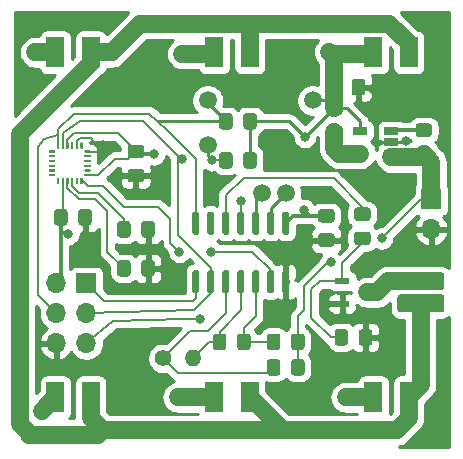
<source format=gbr>
%TF.GenerationSoftware,KiCad,Pcbnew,5.1.6*%
%TF.CreationDate,2020-10-24T08:35:36+02:00*%
%TF.ProjectId,MoCoBiBa_no_charger,4d6f436f-4269-4426-915f-6e6f5f636861,rev?*%
%TF.SameCoordinates,Original*%
%TF.FileFunction,Copper,L1,Top*%
%TF.FilePolarity,Positive*%
%FSLAX46Y46*%
G04 Gerber Fmt 4.6, Leading zero omitted, Abs format (unit mm)*
G04 Created by KiCad (PCBNEW 5.1.6) date 2020-10-24 08:35:36*
%MOMM*%
%LPD*%
G01*
G04 APERTURE LIST*
%TA.AperFunction,ComponentPad*%
%ADD10O,1.400000X1.400000*%
%TD*%
%TA.AperFunction,ComponentPad*%
%ADD11C,1.400000*%
%TD*%
%TA.AperFunction,SMDPad,CuDef*%
%ADD12C,1.500000*%
%TD*%
%TA.AperFunction,SMDPad,CuDef*%
%ADD13R,1.500000X2.600000*%
%TD*%
%TA.AperFunction,ComponentPad*%
%ADD14R,1.700000X1.700000*%
%TD*%
%TA.AperFunction,ComponentPad*%
%ADD15O,1.700000X1.700000*%
%TD*%
%TA.AperFunction,SMDPad,CuDef*%
%ADD16R,1.300000X0.600000*%
%TD*%
%TA.AperFunction,SMDPad,CuDef*%
%ADD17R,1.220000X0.650000*%
%TD*%
%TA.AperFunction,ViaPad*%
%ADD18C,0.800000*%
%TD*%
%TA.AperFunction,Conductor*%
%ADD19C,0.250000*%
%TD*%
%TA.AperFunction,Conductor*%
%ADD20C,0.200000*%
%TD*%
%TA.AperFunction,Conductor*%
%ADD21C,1.500000*%
%TD*%
%TA.AperFunction,Conductor*%
%ADD22C,0.300000*%
%TD*%
%TA.AperFunction,Conductor*%
%ADD23C,0.254000*%
%TD*%
G04 APERTURE END LIST*
D10*
%TO.P,R2,2*%
%TO.N,Net-(R2-Pad2)*%
X45720000Y-59944000D03*
D11*
%TO.P,R2,1*%
%TO.N,Net-(R1-Pad2)*%
X43180000Y-59944000D03*
%TD*%
%TO.P,R1,2*%
%TO.N,Net-(R1-Pad2)*%
%TA.AperFunction,SMDPad,CuDef*%
G36*
G01*
X53135000Y-60255999D02*
X53135000Y-61156001D01*
G75*
G02*
X52885001Y-61406000I-249999J0D01*
G01*
X52234999Y-61406000D01*
G75*
G02*
X51985000Y-61156001I0J249999D01*
G01*
X51985000Y-60255999D01*
G75*
G02*
X52234999Y-60006000I249999J0D01*
G01*
X52885001Y-60006000D01*
G75*
G02*
X53135000Y-60255999I0J-249999D01*
G01*
G37*
%TD.AperFunction*%
%TO.P,R1,1*%
%TO.N,VCC*%
%TA.AperFunction,SMDPad,CuDef*%
G36*
G01*
X55185000Y-60255999D02*
X55185000Y-61156001D01*
G75*
G02*
X54935001Y-61406000I-249999J0D01*
G01*
X54284999Y-61406000D01*
G75*
G02*
X54035000Y-61156001I0J249999D01*
G01*
X54035000Y-60255999D01*
G75*
G02*
X54284999Y-60006000I249999J0D01*
G01*
X54935001Y-60006000D01*
G75*
G02*
X55185000Y-60255999I0J-249999D01*
G01*
G37*
%TD.AperFunction*%
%TD*%
D12*
%TO.P,3V3,1*%
%TO.N,+3V3*%
X55880000Y-38100000D03*
%TD*%
%TO.P,SCL1,1*%
%TO.N,SCK_ISP*%
X46990000Y-41910000D03*
%TD*%
%TO.P,SDA1,1*%
%TO.N,MOSI_ISP*%
X46990000Y-38100000D03*
%TD*%
%TO.P,PB1,1*%
%TO.N,Net-(PB1-Pad1)*%
X51562000Y-45974000D03*
%TD*%
%TO.P,PB0,1*%
%TO.N,Net-(PB0-Pad1)*%
X53594000Y-45974000D03*
%TD*%
%TO.P,C1,2*%
%TO.N,GND*%
%TA.AperFunction,SMDPad,CuDef*%
G36*
G01*
X56572999Y-49354000D02*
X57473001Y-49354000D01*
G75*
G02*
X57723000Y-49603999I0J-249999D01*
G01*
X57723000Y-50254001D01*
G75*
G02*
X57473001Y-50504000I-249999J0D01*
G01*
X56572999Y-50504000D01*
G75*
G02*
X56323000Y-50254001I0J249999D01*
G01*
X56323000Y-49603999D01*
G75*
G02*
X56572999Y-49354000I249999J0D01*
G01*
G37*
%TD.AperFunction*%
%TO.P,C1,1*%
%TO.N,+3V3*%
%TA.AperFunction,SMDPad,CuDef*%
G36*
G01*
X56572999Y-47304000D02*
X57473001Y-47304000D01*
G75*
G02*
X57723000Y-47553999I0J-249999D01*
G01*
X57723000Y-48204001D01*
G75*
G02*
X57473001Y-48454000I-249999J0D01*
G01*
X56572999Y-48454000D01*
G75*
G02*
X56323000Y-48204001I0J249999D01*
G01*
X56323000Y-47553999D01*
G75*
G02*
X56572999Y-47304000I249999J0D01*
G01*
G37*
%TD.AperFunction*%
%TD*%
%TO.P,C5,2*%
%TO.N,GND*%
%TA.AperFunction,SMDPad,CuDef*%
G36*
G01*
X59165800Y-37432401D02*
X59165800Y-36532399D01*
G75*
G02*
X59415799Y-36282400I249999J0D01*
G01*
X60065801Y-36282400D01*
G75*
G02*
X60315800Y-36532399I0J-249999D01*
G01*
X60315800Y-37432401D01*
G75*
G02*
X60065801Y-37682400I-249999J0D01*
G01*
X59415799Y-37682400D01*
G75*
G02*
X59165800Y-37432401I0J249999D01*
G01*
G37*
%TD.AperFunction*%
%TO.P,C5,1*%
%TO.N,+3V3*%
%TA.AperFunction,SMDPad,CuDef*%
G36*
G01*
X57115800Y-37432401D02*
X57115800Y-36532399D01*
G75*
G02*
X57365799Y-36282400I249999J0D01*
G01*
X58015801Y-36282400D01*
G75*
G02*
X58265800Y-36532399I0J-249999D01*
G01*
X58265800Y-37432401D01*
G75*
G02*
X58015801Y-37682400I-249999J0D01*
G01*
X57365799Y-37682400D01*
G75*
G02*
X57115800Y-37432401I0J249999D01*
G01*
G37*
%TD.AperFunction*%
%TD*%
%TO.P,C3,2*%
%TO.N,GND*%
%TA.AperFunction,SMDPad,CuDef*%
G36*
G01*
X36019000Y-48456001D02*
X36019000Y-47555999D01*
G75*
G02*
X36268999Y-47306000I249999J0D01*
G01*
X36919001Y-47306000D01*
G75*
G02*
X37169000Y-47555999I0J-249999D01*
G01*
X37169000Y-48456001D01*
G75*
G02*
X36919001Y-48706000I-249999J0D01*
G01*
X36268999Y-48706000D01*
G75*
G02*
X36019000Y-48456001I0J249999D01*
G01*
G37*
%TD.AperFunction*%
%TO.P,C3,1*%
%TO.N,+3V3*%
%TA.AperFunction,SMDPad,CuDef*%
G36*
G01*
X33969000Y-48456001D02*
X33969000Y-47555999D01*
G75*
G02*
X34218999Y-47306000I249999J0D01*
G01*
X34869001Y-47306000D01*
G75*
G02*
X35119000Y-47555999I0J-249999D01*
G01*
X35119000Y-48456001D01*
G75*
G02*
X34869001Y-48706000I-249999J0D01*
G01*
X34218999Y-48706000D01*
G75*
G02*
X33969000Y-48456001I0J249999D01*
G01*
G37*
%TD.AperFunction*%
%TD*%
%TO.P,R12,2*%
%TO.N,SCK_ISP*%
%TA.AperFunction,SMDPad,CuDef*%
G36*
G01*
X49089000Y-42729999D02*
X49089000Y-43630001D01*
G75*
G02*
X48839001Y-43880000I-249999J0D01*
G01*
X48188999Y-43880000D01*
G75*
G02*
X47939000Y-43630001I0J249999D01*
G01*
X47939000Y-42729999D01*
G75*
G02*
X48188999Y-42480000I249999J0D01*
G01*
X48839001Y-42480000D01*
G75*
G02*
X49089000Y-42729999I0J-249999D01*
G01*
G37*
%TD.AperFunction*%
%TO.P,R12,1*%
%TO.N,+3V3*%
%TA.AperFunction,SMDPad,CuDef*%
G36*
G01*
X51139000Y-42729999D02*
X51139000Y-43630001D01*
G75*
G02*
X50889001Y-43880000I-249999J0D01*
G01*
X50238999Y-43880000D01*
G75*
G02*
X49989000Y-43630001I0J249999D01*
G01*
X49989000Y-42729999D01*
G75*
G02*
X50238999Y-42480000I249999J0D01*
G01*
X50889001Y-42480000D01*
G75*
G02*
X51139000Y-42729999I0J-249999D01*
G01*
G37*
%TD.AperFunction*%
%TD*%
%TO.P,R11,2*%
%TO.N,MOSI_ISP*%
%TA.AperFunction,SMDPad,CuDef*%
G36*
G01*
X49089000Y-39427999D02*
X49089000Y-40328001D01*
G75*
G02*
X48839001Y-40578000I-249999J0D01*
G01*
X48188999Y-40578000D01*
G75*
G02*
X47939000Y-40328001I0J249999D01*
G01*
X47939000Y-39427999D01*
G75*
G02*
X48188999Y-39178000I249999J0D01*
G01*
X48839001Y-39178000D01*
G75*
G02*
X49089000Y-39427999I0J-249999D01*
G01*
G37*
%TD.AperFunction*%
%TO.P,R11,1*%
%TO.N,+3V3*%
%TA.AperFunction,SMDPad,CuDef*%
G36*
G01*
X51139000Y-39427999D02*
X51139000Y-40328001D01*
G75*
G02*
X50889001Y-40578000I-249999J0D01*
G01*
X50238999Y-40578000D01*
G75*
G02*
X49989000Y-40328001I0J249999D01*
G01*
X49989000Y-39427999D01*
G75*
G02*
X50238999Y-39178000I249999J0D01*
G01*
X50889001Y-39178000D01*
G75*
G02*
X51139000Y-39427999I0J-249999D01*
G01*
G37*
%TD.AperFunction*%
%TD*%
D13*
%TO.P,D6,2*%
%TO.N,+3V3*%
X61008000Y-63246000D03*
%TO.P,D6,1*%
%TO.N,Net-(D1-Pad1)*%
X64008000Y-63246000D03*
%TD*%
%TO.P,D5,2*%
%TO.N,+3V3*%
X47522000Y-63246000D03*
%TO.P,D5,1*%
%TO.N,Net-(D1-Pad1)*%
X50522000Y-63246000D03*
%TD*%
%TO.P,D1,2*%
%TO.N,+3V3*%
X34084000Y-34036000D03*
%TO.P,D1,1*%
%TO.N,Net-(D1-Pad1)*%
X37084000Y-34036000D03*
%TD*%
%TO.P,C4,2*%
%TO.N,GND*%
%TA.AperFunction,SMDPad,CuDef*%
G36*
G01*
X41353000Y-49472001D02*
X41353000Y-48571999D01*
G75*
G02*
X41602999Y-48322000I249999J0D01*
G01*
X42253001Y-48322000D01*
G75*
G02*
X42503000Y-48571999I0J-249999D01*
G01*
X42503000Y-49472001D01*
G75*
G02*
X42253001Y-49722000I-249999J0D01*
G01*
X41602999Y-49722000D01*
G75*
G02*
X41353000Y-49472001I0J249999D01*
G01*
G37*
%TD.AperFunction*%
%TO.P,C4,1*%
%TO.N,Net-(C4-Pad1)*%
%TA.AperFunction,SMDPad,CuDef*%
G36*
G01*
X39303000Y-49472001D02*
X39303000Y-48571999D01*
G75*
G02*
X39552999Y-48322000I249999J0D01*
G01*
X40203001Y-48322000D01*
G75*
G02*
X40453000Y-48571999I0J-249999D01*
G01*
X40453000Y-49472001D01*
G75*
G02*
X40203001Y-49722000I-249999J0D01*
G01*
X39552999Y-49722000D01*
G75*
G02*
X39303000Y-49472001I0J249999D01*
G01*
G37*
%TD.AperFunction*%
%TD*%
%TO.P,C6,1*%
%TO.N,+3V3*%
%TA.AperFunction,SMDPad,CuDef*%
G36*
G01*
X40443999Y-41843000D02*
X41344001Y-41843000D01*
G75*
G02*
X41594000Y-42092999I0J-249999D01*
G01*
X41594000Y-42743001D01*
G75*
G02*
X41344001Y-42993000I-249999J0D01*
G01*
X40443999Y-42993000D01*
G75*
G02*
X40194000Y-42743001I0J249999D01*
G01*
X40194000Y-42092999D01*
G75*
G02*
X40443999Y-41843000I249999J0D01*
G01*
G37*
%TD.AperFunction*%
%TO.P,C6,2*%
%TO.N,GND*%
%TA.AperFunction,SMDPad,CuDef*%
G36*
G01*
X40443999Y-43893000D02*
X41344001Y-43893000D01*
G75*
G02*
X41594000Y-44142999I0J-249999D01*
G01*
X41594000Y-44793001D01*
G75*
G02*
X41344001Y-45043000I-249999J0D01*
G01*
X40443999Y-45043000D01*
G75*
G02*
X40194000Y-44793001I0J249999D01*
G01*
X40194000Y-44142999D01*
G75*
G02*
X40443999Y-43893000I249999J0D01*
G01*
G37*
%TD.AperFunction*%
%TD*%
%TO.P,D2,1*%
%TO.N,Net-(D1-Pad1)*%
X50546000Y-34036000D03*
%TO.P,D2,2*%
%TO.N,+3V3*%
X47546000Y-34036000D03*
%TD*%
%TO.P,D3,2*%
%TO.N,+3V3*%
X61008000Y-34036000D03*
%TO.P,D3,1*%
%TO.N,Net-(D1-Pad1)*%
X64008000Y-34036000D03*
%TD*%
%TO.P,D4,1*%
%TO.N,Net-(D1-Pad1)*%
X37084000Y-63246000D03*
%TO.P,D4,2*%
%TO.N,+3V3*%
X34084000Y-63246000D03*
%TD*%
D14*
%TO.P,J2,1*%
%TO.N,VCC*%
X65913000Y-46482000D03*
D15*
%TO.P,J2,2*%
%TO.N,GND*%
X65913000Y-49022000D03*
%TD*%
D14*
%TO.P,J3,1*%
%TO.N,MISO_ISP*%
X36703000Y-53594000D03*
D15*
%TO.P,J3,2*%
%TO.N,+3V3*%
X34163000Y-53594000D03*
%TO.P,J3,3*%
%TO.N,SCK_ISP*%
X36703000Y-56134000D03*
%TO.P,J3,4*%
%TO.N,MOSI_ISP*%
X34163000Y-56134000D03*
%TO.P,J3,5*%
%TO.N,nRES_ISP*%
X36703000Y-58674000D03*
%TO.P,J3,6*%
%TO.N,GND*%
X34163000Y-58674000D03*
%TD*%
%TO.P,L1,1*%
%TO.N,Net-(L1-Pad1)*%
%TA.AperFunction,SMDPad,CuDef*%
G36*
G01*
X58158801Y-41385400D02*
X57258799Y-41385400D01*
G75*
G02*
X57008800Y-41135401I0J249999D01*
G01*
X57008800Y-40485399D01*
G75*
G02*
X57258799Y-40235400I249999J0D01*
G01*
X58158801Y-40235400D01*
G75*
G02*
X58408800Y-40485399I0J-249999D01*
G01*
X58408800Y-41135401D01*
G75*
G02*
X58158801Y-41385400I-249999J0D01*
G01*
G37*
%TD.AperFunction*%
%TO.P,L1,2*%
%TO.N,+3V3*%
%TA.AperFunction,SMDPad,CuDef*%
G36*
G01*
X58158801Y-39335400D02*
X57258799Y-39335400D01*
G75*
G02*
X57008800Y-39085401I0J249999D01*
G01*
X57008800Y-38435399D01*
G75*
G02*
X57258799Y-38185400I249999J0D01*
G01*
X58158801Y-38185400D01*
G75*
G02*
X58408800Y-38435399I0J-249999D01*
G01*
X58408800Y-39085401D01*
G75*
G02*
X58158801Y-39335400I-249999J0D01*
G01*
G37*
%TD.AperFunction*%
%TD*%
D16*
%TO.P,Q1,3*%
%TO.N,Net-(Q1-Pad3)*%
X60486000Y-54356000D03*
%TO.P,Q1,2*%
%TO.N,GND*%
X58386000Y-55306000D03*
%TO.P,Q1,1*%
%TO.N,Net-(Q1-Pad1)*%
X58386000Y-53406000D03*
%TD*%
%TO.P,R4,1*%
%TO.N,VCC*%
%TA.AperFunction,SMDPad,CuDef*%
G36*
G01*
X55185000Y-58096999D02*
X55185000Y-58997001D01*
G75*
G02*
X54935001Y-59247000I-249999J0D01*
G01*
X54284999Y-59247000D01*
G75*
G02*
X54035000Y-58997001I0J249999D01*
G01*
X54035000Y-58096999D01*
G75*
G02*
X54284999Y-57847000I249999J0D01*
G01*
X54935001Y-57847000D01*
G75*
G02*
X55185000Y-58096999I0J-249999D01*
G01*
G37*
%TD.AperFunction*%
%TO.P,R4,2*%
%TO.N,Net-(R4-Pad2)*%
%TA.AperFunction,SMDPad,CuDef*%
G36*
G01*
X53135000Y-58096999D02*
X53135000Y-58997001D01*
G75*
G02*
X52885001Y-59247000I-249999J0D01*
G01*
X52234999Y-59247000D01*
G75*
G02*
X51985000Y-58997001I0J249999D01*
G01*
X51985000Y-58096999D01*
G75*
G02*
X52234999Y-57847000I249999J0D01*
G01*
X52885001Y-57847000D01*
G75*
G02*
X53135000Y-58096999I0J-249999D01*
G01*
G37*
%TD.AperFunction*%
%TD*%
%TO.P,R5,1*%
%TO.N,Net-(R4-Pad2)*%
%TA.AperFunction,SMDPad,CuDef*%
G36*
G01*
X50613000Y-58096999D02*
X50613000Y-58997001D01*
G75*
G02*
X50363001Y-59247000I-249999J0D01*
G01*
X49712999Y-59247000D01*
G75*
G02*
X49463000Y-58997001I0J249999D01*
G01*
X49463000Y-58096999D01*
G75*
G02*
X49712999Y-57847000I249999J0D01*
G01*
X50363001Y-57847000D01*
G75*
G02*
X50613000Y-58096999I0J-249999D01*
G01*
G37*
%TD.AperFunction*%
%TO.P,R5,2*%
%TO.N,Net-(R2-Pad2)*%
%TA.AperFunction,SMDPad,CuDef*%
G36*
G01*
X48563000Y-58096999D02*
X48563000Y-58997001D01*
G75*
G02*
X48313001Y-59247000I-249999J0D01*
G01*
X47662999Y-59247000D01*
G75*
G02*
X47413000Y-58997001I0J249999D01*
G01*
X47413000Y-58096999D01*
G75*
G02*
X47662999Y-57847000I249999J0D01*
G01*
X48313001Y-57847000D01*
G75*
G02*
X48563000Y-58096999I0J-249999D01*
G01*
G37*
%TD.AperFunction*%
%TD*%
%TO.P,R7,1*%
%TO.N,LED_PWM*%
%TA.AperFunction,SMDPad,CuDef*%
G36*
G01*
X59620999Y-47159000D02*
X60521001Y-47159000D01*
G75*
G02*
X60771000Y-47408999I0J-249999D01*
G01*
X60771000Y-48059001D01*
G75*
G02*
X60521001Y-48309000I-249999J0D01*
G01*
X59620999Y-48309000D01*
G75*
G02*
X59371000Y-48059001I0J249999D01*
G01*
X59371000Y-47408999D01*
G75*
G02*
X59620999Y-47159000I249999J0D01*
G01*
G37*
%TD.AperFunction*%
%TO.P,R7,2*%
%TO.N,Net-(Q1-Pad1)*%
%TA.AperFunction,SMDPad,CuDef*%
G36*
G01*
X59620999Y-49209000D02*
X60521001Y-49209000D01*
G75*
G02*
X60771000Y-49458999I0J-249999D01*
G01*
X60771000Y-50109001D01*
G75*
G02*
X60521001Y-50359000I-249999J0D01*
G01*
X59620999Y-50359000D01*
G75*
G02*
X59371000Y-50109001I0J249999D01*
G01*
X59371000Y-49458999D01*
G75*
G02*
X59620999Y-49209000I249999J0D01*
G01*
G37*
%TD.AperFunction*%
%TD*%
%TO.P,R8,2*%
%TO.N,GND*%
%TA.AperFunction,SMDPad,CuDef*%
G36*
G01*
X59768000Y-58616001D02*
X59768000Y-57715999D01*
G75*
G02*
X60017999Y-57466000I249999J0D01*
G01*
X60668001Y-57466000D01*
G75*
G02*
X60918000Y-57715999I0J-249999D01*
G01*
X60918000Y-58616001D01*
G75*
G02*
X60668001Y-58866000I-249999J0D01*
G01*
X60017999Y-58866000D01*
G75*
G02*
X59768000Y-58616001I0J249999D01*
G01*
G37*
%TD.AperFunction*%
%TO.P,R8,1*%
%TO.N,Net-(Q1-Pad1)*%
%TA.AperFunction,SMDPad,CuDef*%
G36*
G01*
X57718000Y-58616001D02*
X57718000Y-57715999D01*
G75*
G02*
X57967999Y-57466000I249999J0D01*
G01*
X58618001Y-57466000D01*
G75*
G02*
X58868000Y-57715999I0J-249999D01*
G01*
X58868000Y-58616001D01*
G75*
G02*
X58618001Y-58866000I-249999J0D01*
G01*
X57967999Y-58866000D01*
G75*
G02*
X57718000Y-58616001I0J249999D01*
G01*
G37*
%TD.AperFunction*%
%TD*%
%TO.P,R9,1*%
%TO.N,Net-(D1-Pad1)*%
%TA.AperFunction,SMDPad,CuDef*%
G36*
G01*
X66774001Y-56056000D02*
X63273999Y-56056000D01*
G75*
G02*
X63024000Y-55806001I0J249999D01*
G01*
X63024000Y-54780999D01*
G75*
G02*
X63273999Y-54531000I249999J0D01*
G01*
X66774001Y-54531000D01*
G75*
G02*
X67024000Y-54780999I0J-249999D01*
G01*
X67024000Y-55806001D01*
G75*
G02*
X66774001Y-56056000I-249999J0D01*
G01*
G37*
%TD.AperFunction*%
%TO.P,R9,2*%
%TO.N,Net-(Q1-Pad3)*%
%TA.AperFunction,SMDPad,CuDef*%
G36*
G01*
X66774001Y-54181000D02*
X63273999Y-54181000D01*
G75*
G02*
X63024000Y-53931001I0J249999D01*
G01*
X63024000Y-52905999D01*
G75*
G02*
X63273999Y-52656000I249999J0D01*
G01*
X66774001Y-52656000D01*
G75*
G02*
X67024000Y-52905999I0J-249999D01*
G01*
X67024000Y-53931001D01*
G75*
G02*
X66774001Y-54181000I-249999J0D01*
G01*
G37*
%TD.AperFunction*%
%TD*%
%TO.P,R10,2*%
%TO.N,VCC*%
%TA.AperFunction,SMDPad,CuDef*%
G36*
G01*
X64827999Y-42106000D02*
X65728001Y-42106000D01*
G75*
G02*
X65978000Y-42355999I0J-249999D01*
G01*
X65978000Y-43006001D01*
G75*
G02*
X65728001Y-43256000I-249999J0D01*
G01*
X64827999Y-43256000D01*
G75*
G02*
X64578000Y-43006001I0J249999D01*
G01*
X64578000Y-42355999D01*
G75*
G02*
X64827999Y-42106000I249999J0D01*
G01*
G37*
%TD.AperFunction*%
%TO.P,R10,1*%
%TO.N,Net-(R10-Pad1)*%
%TA.AperFunction,SMDPad,CuDef*%
G36*
G01*
X64827999Y-40056000D02*
X65728001Y-40056000D01*
G75*
G02*
X65978000Y-40305999I0J-249999D01*
G01*
X65978000Y-40956001D01*
G75*
G02*
X65728001Y-41206000I-249999J0D01*
G01*
X64827999Y-41206000D01*
G75*
G02*
X64578000Y-40956001I0J249999D01*
G01*
X64578000Y-40305999D01*
G75*
G02*
X64827999Y-40056000I249999J0D01*
G01*
G37*
%TD.AperFunction*%
%TD*%
%TO.P,R13,2*%
%TO.N,GND*%
%TA.AperFunction,SMDPad,CuDef*%
G36*
G01*
X41353000Y-52774001D02*
X41353000Y-51873999D01*
G75*
G02*
X41602999Y-51624000I249999J0D01*
G01*
X42253001Y-51624000D01*
G75*
G02*
X42503000Y-51873999I0J-249999D01*
G01*
X42503000Y-52774001D01*
G75*
G02*
X42253001Y-53024000I-249999J0D01*
G01*
X41602999Y-53024000D01*
G75*
G02*
X41353000Y-52774001I0J249999D01*
G01*
G37*
%TD.AperFunction*%
%TO.P,R13,1*%
%TO.N,Net-(R13-Pad1)*%
%TA.AperFunction,SMDPad,CuDef*%
G36*
G01*
X39303000Y-52774001D02*
X39303000Y-51873999D01*
G75*
G02*
X39552999Y-51624000I249999J0D01*
G01*
X40203001Y-51624000D01*
G75*
G02*
X40453000Y-51873999I0J-249999D01*
G01*
X40453000Y-52774001D01*
G75*
G02*
X40203001Y-53024000I-249999J0D01*
G01*
X39552999Y-53024000D01*
G75*
G02*
X39303000Y-52774001I0J249999D01*
G01*
G37*
%TD.AperFunction*%
%TD*%
%TO.P,U2,1*%
%TO.N,+3V3*%
%TA.AperFunction,SMDPad,CuDef*%
G36*
G01*
X53444000Y-47539000D02*
X53744000Y-47539000D01*
G75*
G02*
X53894000Y-47689000I0J-150000D01*
G01*
X53894000Y-49339000D01*
G75*
G02*
X53744000Y-49489000I-150000J0D01*
G01*
X53444000Y-49489000D01*
G75*
G02*
X53294000Y-49339000I0J150000D01*
G01*
X53294000Y-47689000D01*
G75*
G02*
X53444000Y-47539000I150000J0D01*
G01*
G37*
%TD.AperFunction*%
%TO.P,U2,2*%
%TO.N,Net-(PB0-Pad1)*%
%TA.AperFunction,SMDPad,CuDef*%
G36*
G01*
X52174000Y-47539000D02*
X52474000Y-47539000D01*
G75*
G02*
X52624000Y-47689000I0J-150000D01*
G01*
X52624000Y-49339000D01*
G75*
G02*
X52474000Y-49489000I-150000J0D01*
G01*
X52174000Y-49489000D01*
G75*
G02*
X52024000Y-49339000I0J150000D01*
G01*
X52024000Y-47689000D01*
G75*
G02*
X52174000Y-47539000I150000J0D01*
G01*
G37*
%TD.AperFunction*%
%TO.P,U2,3*%
%TO.N,Net-(PB1-Pad1)*%
%TA.AperFunction,SMDPad,CuDef*%
G36*
G01*
X50904000Y-47539000D02*
X51204000Y-47539000D01*
G75*
G02*
X51354000Y-47689000I0J-150000D01*
G01*
X51354000Y-49339000D01*
G75*
G02*
X51204000Y-49489000I-150000J0D01*
G01*
X50904000Y-49489000D01*
G75*
G02*
X50754000Y-49339000I0J150000D01*
G01*
X50754000Y-47689000D01*
G75*
G02*
X50904000Y-47539000I150000J0D01*
G01*
G37*
%TD.AperFunction*%
%TO.P,U2,4*%
%TO.N,nRES_ISP*%
%TA.AperFunction,SMDPad,CuDef*%
G36*
G01*
X49634000Y-47539000D02*
X49934000Y-47539000D01*
G75*
G02*
X50084000Y-47689000I0J-150000D01*
G01*
X50084000Y-49339000D01*
G75*
G02*
X49934000Y-49489000I-150000J0D01*
G01*
X49634000Y-49489000D01*
G75*
G02*
X49484000Y-49339000I0J150000D01*
G01*
X49484000Y-47689000D01*
G75*
G02*
X49634000Y-47539000I150000J0D01*
G01*
G37*
%TD.AperFunction*%
%TO.P,U2,5*%
%TO.N,LED_PWM*%
%TA.AperFunction,SMDPad,CuDef*%
G36*
G01*
X48364000Y-47539000D02*
X48664000Y-47539000D01*
G75*
G02*
X48814000Y-47689000I0J-150000D01*
G01*
X48814000Y-49339000D01*
G75*
G02*
X48664000Y-49489000I-150000J0D01*
G01*
X48364000Y-49489000D01*
G75*
G02*
X48214000Y-49339000I0J150000D01*
G01*
X48214000Y-47689000D01*
G75*
G02*
X48364000Y-47539000I150000J0D01*
G01*
G37*
%TD.AperFunction*%
%TO.P,U2,6*%
%TO.N,Net-(U2-Pad6)*%
%TA.AperFunction,SMDPad,CuDef*%
G36*
G01*
X47094000Y-47539000D02*
X47394000Y-47539000D01*
G75*
G02*
X47544000Y-47689000I0J-150000D01*
G01*
X47544000Y-49339000D01*
G75*
G02*
X47394000Y-49489000I-150000J0D01*
G01*
X47094000Y-49489000D01*
G75*
G02*
X46944000Y-49339000I0J150000D01*
G01*
X46944000Y-47689000D01*
G75*
G02*
X47094000Y-47539000I150000J0D01*
G01*
G37*
%TD.AperFunction*%
%TO.P,U2,7*%
%TO.N,MOSI_ISP*%
%TA.AperFunction,SMDPad,CuDef*%
G36*
G01*
X45824000Y-47539000D02*
X46124000Y-47539000D01*
G75*
G02*
X46274000Y-47689000I0J-150000D01*
G01*
X46274000Y-49339000D01*
G75*
G02*
X46124000Y-49489000I-150000J0D01*
G01*
X45824000Y-49489000D01*
G75*
G02*
X45674000Y-49339000I0J150000D01*
G01*
X45674000Y-47689000D01*
G75*
G02*
X45824000Y-47539000I150000J0D01*
G01*
G37*
%TD.AperFunction*%
%TO.P,U2,8*%
%TO.N,MISO_ISP*%
%TA.AperFunction,SMDPad,CuDef*%
G36*
G01*
X45824000Y-52489000D02*
X46124000Y-52489000D01*
G75*
G02*
X46274000Y-52639000I0J-150000D01*
G01*
X46274000Y-54289000D01*
G75*
G02*
X46124000Y-54439000I-150000J0D01*
G01*
X45824000Y-54439000D01*
G75*
G02*
X45674000Y-54289000I0J150000D01*
G01*
X45674000Y-52639000D01*
G75*
G02*
X45824000Y-52489000I150000J0D01*
G01*
G37*
%TD.AperFunction*%
%TO.P,U2,9*%
%TO.N,SCK_ISP*%
%TA.AperFunction,SMDPad,CuDef*%
G36*
G01*
X47094000Y-52489000D02*
X47394000Y-52489000D01*
G75*
G02*
X47544000Y-52639000I0J-150000D01*
G01*
X47544000Y-54289000D01*
G75*
G02*
X47394000Y-54439000I-150000J0D01*
G01*
X47094000Y-54439000D01*
G75*
G02*
X46944000Y-54289000I0J150000D01*
G01*
X46944000Y-52639000D01*
G75*
G02*
X47094000Y-52489000I150000J0D01*
G01*
G37*
%TD.AperFunction*%
%TO.P,U2,10*%
%TO.N,Net-(R1-Pad2)*%
%TA.AperFunction,SMDPad,CuDef*%
G36*
G01*
X48364000Y-52489000D02*
X48664000Y-52489000D01*
G75*
G02*
X48814000Y-52639000I0J-150000D01*
G01*
X48814000Y-54289000D01*
G75*
G02*
X48664000Y-54439000I-150000J0D01*
G01*
X48364000Y-54439000D01*
G75*
G02*
X48214000Y-54289000I0J150000D01*
G01*
X48214000Y-52639000D01*
G75*
G02*
X48364000Y-52489000I150000J0D01*
G01*
G37*
%TD.AperFunction*%
%TO.P,U2,11*%
%TO.N,Net-(R2-Pad2)*%
%TA.AperFunction,SMDPad,CuDef*%
G36*
G01*
X49634000Y-52489000D02*
X49934000Y-52489000D01*
G75*
G02*
X50084000Y-52639000I0J-150000D01*
G01*
X50084000Y-54289000D01*
G75*
G02*
X49934000Y-54439000I-150000J0D01*
G01*
X49634000Y-54439000D01*
G75*
G02*
X49484000Y-54289000I0J150000D01*
G01*
X49484000Y-52639000D01*
G75*
G02*
X49634000Y-52489000I150000J0D01*
G01*
G37*
%TD.AperFunction*%
%TO.P,U2,12*%
%TO.N,Net-(R4-Pad2)*%
%TA.AperFunction,SMDPad,CuDef*%
G36*
G01*
X50904000Y-52489000D02*
X51204000Y-52489000D01*
G75*
G02*
X51354000Y-52639000I0J-150000D01*
G01*
X51354000Y-54289000D01*
G75*
G02*
X51204000Y-54439000I-150000J0D01*
G01*
X50904000Y-54439000D01*
G75*
G02*
X50754000Y-54289000I0J150000D01*
G01*
X50754000Y-52639000D01*
G75*
G02*
X50904000Y-52489000I150000J0D01*
G01*
G37*
%TD.AperFunction*%
%TO.P,U2,13*%
%TO.N,Accel_Int*%
%TA.AperFunction,SMDPad,CuDef*%
G36*
G01*
X52174000Y-52489000D02*
X52474000Y-52489000D01*
G75*
G02*
X52624000Y-52639000I0J-150000D01*
G01*
X52624000Y-54289000D01*
G75*
G02*
X52474000Y-54439000I-150000J0D01*
G01*
X52174000Y-54439000D01*
G75*
G02*
X52024000Y-54289000I0J150000D01*
G01*
X52024000Y-52639000D01*
G75*
G02*
X52174000Y-52489000I150000J0D01*
G01*
G37*
%TD.AperFunction*%
%TO.P,U2,14*%
%TO.N,GND*%
%TA.AperFunction,SMDPad,CuDef*%
G36*
G01*
X53444000Y-52489000D02*
X53744000Y-52489000D01*
G75*
G02*
X53894000Y-52639000I0J-150000D01*
G01*
X53894000Y-54289000D01*
G75*
G02*
X53744000Y-54439000I-150000J0D01*
G01*
X53444000Y-54439000D01*
G75*
G02*
X53294000Y-54289000I0J150000D01*
G01*
X53294000Y-52639000D01*
G75*
G02*
X53444000Y-52489000I150000J0D01*
G01*
G37*
%TD.AperFunction*%
%TD*%
D17*
%TO.P,U4,1*%
%TO.N,VCC*%
X62524000Y-42606000D03*
%TO.P,U4,2*%
%TO.N,GND*%
X62524000Y-41656000D03*
%TO.P,U4,3*%
%TO.N,Net-(R10-Pad1)*%
X62524000Y-40706000D03*
%TO.P,U4,4*%
%TO.N,+3V3*%
X59904000Y-40706000D03*
%TO.P,U4,5*%
%TO.N,Net-(L1-Pad1)*%
X59904000Y-42606000D03*
%TD*%
%TO.P,U5,1*%
%TO.N,Net-(U5-Pad1)*%
%TA.AperFunction,SMDPad,CuDef*%
G36*
G01*
X33531000Y-42484000D02*
X33531000Y-42384000D01*
G75*
G02*
X33581000Y-42334000I50000J0D01*
G01*
X34031000Y-42334000D01*
G75*
G02*
X34081000Y-42384000I0J-50000D01*
G01*
X34081000Y-42484000D01*
G75*
G02*
X34031000Y-42534000I-50000J0D01*
G01*
X33581000Y-42534000D01*
G75*
G02*
X33531000Y-42484000I0J50000D01*
G01*
G37*
%TD.AperFunction*%
%TO.P,U5,2*%
%TO.N,Net-(U5-Pad2)*%
%TA.AperFunction,SMDPad,CuDef*%
G36*
G01*
X33531000Y-42884000D02*
X33531000Y-42784000D01*
G75*
G02*
X33581000Y-42734000I50000J0D01*
G01*
X34031000Y-42734000D01*
G75*
G02*
X34081000Y-42784000I0J-50000D01*
G01*
X34081000Y-42884000D01*
G75*
G02*
X34031000Y-42934000I-50000J0D01*
G01*
X33581000Y-42934000D01*
G75*
G02*
X33531000Y-42884000I0J50000D01*
G01*
G37*
%TD.AperFunction*%
%TO.P,U5,3*%
%TO.N,Net-(U5-Pad3)*%
%TA.AperFunction,SMDPad,CuDef*%
G36*
G01*
X33531000Y-43284000D02*
X33531000Y-43184000D01*
G75*
G02*
X33581000Y-43134000I50000J0D01*
G01*
X34031000Y-43134000D01*
G75*
G02*
X34081000Y-43184000I0J-50000D01*
G01*
X34081000Y-43284000D01*
G75*
G02*
X34031000Y-43334000I-50000J0D01*
G01*
X33581000Y-43334000D01*
G75*
G02*
X33531000Y-43284000I0J50000D01*
G01*
G37*
%TD.AperFunction*%
%TO.P,U5,4*%
%TO.N,Net-(U5-Pad4)*%
%TA.AperFunction,SMDPad,CuDef*%
G36*
G01*
X33531000Y-43684000D02*
X33531000Y-43584000D01*
G75*
G02*
X33581000Y-43534000I50000J0D01*
G01*
X34031000Y-43534000D01*
G75*
G02*
X34081000Y-43584000I0J-50000D01*
G01*
X34081000Y-43684000D01*
G75*
G02*
X34031000Y-43734000I-50000J0D01*
G01*
X33581000Y-43734000D01*
G75*
G02*
X33531000Y-43684000I0J50000D01*
G01*
G37*
%TD.AperFunction*%
%TO.P,U5,5*%
%TO.N,Net-(U5-Pad5)*%
%TA.AperFunction,SMDPad,CuDef*%
G36*
G01*
X33531000Y-44084000D02*
X33531000Y-43984000D01*
G75*
G02*
X33581000Y-43934000I50000J0D01*
G01*
X34031000Y-43934000D01*
G75*
G02*
X34081000Y-43984000I0J-50000D01*
G01*
X34081000Y-44084000D01*
G75*
G02*
X34031000Y-44134000I-50000J0D01*
G01*
X33581000Y-44134000D01*
G75*
G02*
X33531000Y-44084000I0J50000D01*
G01*
G37*
%TD.AperFunction*%
%TO.P,U5,6*%
%TO.N,Net-(U5-Pad6)*%
%TA.AperFunction,SMDPad,CuDef*%
G36*
G01*
X33531000Y-44484000D02*
X33531000Y-44384000D01*
G75*
G02*
X33581000Y-44334000I50000J0D01*
G01*
X34031000Y-44334000D01*
G75*
G02*
X34081000Y-44384000I0J-50000D01*
G01*
X34081000Y-44484000D01*
G75*
G02*
X34031000Y-44534000I-50000J0D01*
G01*
X33581000Y-44534000D01*
G75*
G02*
X33531000Y-44484000I0J50000D01*
G01*
G37*
%TD.AperFunction*%
%TO.P,U5,7*%
%TO.N,Net-(U5-Pad7)*%
%TA.AperFunction,SMDPad,CuDef*%
G36*
G01*
X34356000Y-45209000D02*
X34256000Y-45209000D01*
G75*
G02*
X34206000Y-45159000I0J50000D01*
G01*
X34206000Y-44709000D01*
G75*
G02*
X34256000Y-44659000I50000J0D01*
G01*
X34356000Y-44659000D01*
G75*
G02*
X34406000Y-44709000I0J-50000D01*
G01*
X34406000Y-45159000D01*
G75*
G02*
X34356000Y-45209000I-50000J0D01*
G01*
G37*
%TD.AperFunction*%
%TO.P,U5,8*%
%TO.N,+3V3*%
%TA.AperFunction,SMDPad,CuDef*%
G36*
G01*
X34756000Y-45209000D02*
X34656000Y-45209000D01*
G75*
G02*
X34606000Y-45159000I0J50000D01*
G01*
X34606000Y-44709000D01*
G75*
G02*
X34656000Y-44659000I50000J0D01*
G01*
X34756000Y-44659000D01*
G75*
G02*
X34806000Y-44709000I0J-50000D01*
G01*
X34806000Y-45159000D01*
G75*
G02*
X34756000Y-45209000I-50000J0D01*
G01*
G37*
%TD.AperFunction*%
%TO.P,U5,9*%
%TO.N,Net-(R13-Pad1)*%
%TA.AperFunction,SMDPad,CuDef*%
G36*
G01*
X35156000Y-45209000D02*
X35056000Y-45209000D01*
G75*
G02*
X35006000Y-45159000I0J50000D01*
G01*
X35006000Y-44709000D01*
G75*
G02*
X35056000Y-44659000I50000J0D01*
G01*
X35156000Y-44659000D01*
G75*
G02*
X35206000Y-44709000I0J-50000D01*
G01*
X35206000Y-45159000D01*
G75*
G02*
X35156000Y-45209000I-50000J0D01*
G01*
G37*
%TD.AperFunction*%
%TO.P,U5,10*%
%TO.N,Net-(C4-Pad1)*%
%TA.AperFunction,SMDPad,CuDef*%
G36*
G01*
X35556000Y-45209000D02*
X35456000Y-45209000D01*
G75*
G02*
X35406000Y-45159000I0J50000D01*
G01*
X35406000Y-44709000D01*
G75*
G02*
X35456000Y-44659000I50000J0D01*
G01*
X35556000Y-44659000D01*
G75*
G02*
X35606000Y-44709000I0J-50000D01*
G01*
X35606000Y-45159000D01*
G75*
G02*
X35556000Y-45209000I-50000J0D01*
G01*
G37*
%TD.AperFunction*%
%TO.P,U5,11*%
%TO.N,Net-(U5-Pad11)*%
%TA.AperFunction,SMDPad,CuDef*%
G36*
G01*
X35956000Y-45209000D02*
X35856000Y-45209000D01*
G75*
G02*
X35806000Y-45159000I0J50000D01*
G01*
X35806000Y-44709000D01*
G75*
G02*
X35856000Y-44659000I50000J0D01*
G01*
X35956000Y-44659000D01*
G75*
G02*
X36006000Y-44709000I0J-50000D01*
G01*
X36006000Y-45159000D01*
G75*
G02*
X35956000Y-45209000I-50000J0D01*
G01*
G37*
%TD.AperFunction*%
%TO.P,U5,12*%
%TO.N,Accel_Int*%
%TA.AperFunction,SMDPad,CuDef*%
G36*
G01*
X36356000Y-45209000D02*
X36256000Y-45209000D01*
G75*
G02*
X36206000Y-45159000I0J50000D01*
G01*
X36206000Y-44709000D01*
G75*
G02*
X36256000Y-44659000I50000J0D01*
G01*
X36356000Y-44659000D01*
G75*
G02*
X36406000Y-44709000I0J-50000D01*
G01*
X36406000Y-45159000D01*
G75*
G02*
X36356000Y-45209000I-50000J0D01*
G01*
G37*
%TD.AperFunction*%
%TO.P,U5,13*%
%TO.N,+3V3*%
%TA.AperFunction,SMDPad,CuDef*%
G36*
G01*
X36531000Y-44484000D02*
X36531000Y-44384000D01*
G75*
G02*
X36581000Y-44334000I50000J0D01*
G01*
X37031000Y-44334000D01*
G75*
G02*
X37081000Y-44384000I0J-50000D01*
G01*
X37081000Y-44484000D01*
G75*
G02*
X37031000Y-44534000I-50000J0D01*
G01*
X36581000Y-44534000D01*
G75*
G02*
X36531000Y-44484000I0J50000D01*
G01*
G37*
%TD.AperFunction*%
%TO.P,U5,14*%
%TO.N,Net-(U5-Pad14)*%
%TA.AperFunction,SMDPad,CuDef*%
G36*
G01*
X36531000Y-44084000D02*
X36531000Y-43984000D01*
G75*
G02*
X36581000Y-43934000I50000J0D01*
G01*
X37031000Y-43934000D01*
G75*
G02*
X37081000Y-43984000I0J-50000D01*
G01*
X37081000Y-44084000D01*
G75*
G02*
X37031000Y-44134000I-50000J0D01*
G01*
X36581000Y-44134000D01*
G75*
G02*
X36531000Y-44084000I0J50000D01*
G01*
G37*
%TD.AperFunction*%
%TO.P,U5,15*%
%TO.N,Net-(U5-Pad15)*%
%TA.AperFunction,SMDPad,CuDef*%
G36*
G01*
X36531000Y-43684000D02*
X36531000Y-43584000D01*
G75*
G02*
X36581000Y-43534000I50000J0D01*
G01*
X37031000Y-43534000D01*
G75*
G02*
X37081000Y-43584000I0J-50000D01*
G01*
X37081000Y-43684000D01*
G75*
G02*
X37031000Y-43734000I-50000J0D01*
G01*
X36581000Y-43734000D01*
G75*
G02*
X36531000Y-43684000I0J50000D01*
G01*
G37*
%TD.AperFunction*%
%TO.P,U5,16*%
%TO.N,Net-(U5-Pad16)*%
%TA.AperFunction,SMDPad,CuDef*%
G36*
G01*
X36531000Y-43284000D02*
X36531000Y-43184000D01*
G75*
G02*
X36581000Y-43134000I50000J0D01*
G01*
X37031000Y-43134000D01*
G75*
G02*
X37081000Y-43184000I0J-50000D01*
G01*
X37081000Y-43284000D01*
G75*
G02*
X37031000Y-43334000I-50000J0D01*
G01*
X36581000Y-43334000D01*
G75*
G02*
X36531000Y-43284000I0J50000D01*
G01*
G37*
%TD.AperFunction*%
%TO.P,U5,17*%
%TO.N,Net-(U5-Pad17)*%
%TA.AperFunction,SMDPad,CuDef*%
G36*
G01*
X36531000Y-42884000D02*
X36531000Y-42784000D01*
G75*
G02*
X36581000Y-42734000I50000J0D01*
G01*
X37031000Y-42734000D01*
G75*
G02*
X37081000Y-42784000I0J-50000D01*
G01*
X37081000Y-42884000D01*
G75*
G02*
X37031000Y-42934000I-50000J0D01*
G01*
X36581000Y-42934000D01*
G75*
G02*
X36531000Y-42884000I0J50000D01*
G01*
G37*
%TD.AperFunction*%
%TO.P,U5,18*%
%TO.N,GND*%
%TA.AperFunction,SMDPad,CuDef*%
G36*
G01*
X36531000Y-42484000D02*
X36531000Y-42384000D01*
G75*
G02*
X36581000Y-42334000I50000J0D01*
G01*
X37031000Y-42334000D01*
G75*
G02*
X37081000Y-42384000I0J-50000D01*
G01*
X37081000Y-42484000D01*
G75*
G02*
X37031000Y-42534000I-50000J0D01*
G01*
X36581000Y-42534000D01*
G75*
G02*
X36531000Y-42484000I0J50000D01*
G01*
G37*
%TD.AperFunction*%
%TO.P,U5,19*%
%TO.N,Net-(U5-Pad19)*%
%TA.AperFunction,SMDPad,CuDef*%
G36*
G01*
X36356000Y-42209000D02*
X36256000Y-42209000D01*
G75*
G02*
X36206000Y-42159000I0J50000D01*
G01*
X36206000Y-41709000D01*
G75*
G02*
X36256000Y-41659000I50000J0D01*
G01*
X36356000Y-41659000D01*
G75*
G02*
X36406000Y-41709000I0J-50000D01*
G01*
X36406000Y-42159000D01*
G75*
G02*
X36356000Y-42209000I-50000J0D01*
G01*
G37*
%TD.AperFunction*%
%TO.P,U5,20*%
%TO.N,GND*%
%TA.AperFunction,SMDPad,CuDef*%
G36*
G01*
X35956000Y-42209000D02*
X35856000Y-42209000D01*
G75*
G02*
X35806000Y-42159000I0J50000D01*
G01*
X35806000Y-41709000D01*
G75*
G02*
X35856000Y-41659000I50000J0D01*
G01*
X35956000Y-41659000D01*
G75*
G02*
X36006000Y-41709000I0J-50000D01*
G01*
X36006000Y-42159000D01*
G75*
G02*
X35956000Y-42209000I-50000J0D01*
G01*
G37*
%TD.AperFunction*%
%TO.P,U5,21*%
%TO.N,Net-(U5-Pad21)*%
%TA.AperFunction,SMDPad,CuDef*%
G36*
G01*
X35556000Y-42209000D02*
X35456000Y-42209000D01*
G75*
G02*
X35406000Y-42159000I0J50000D01*
G01*
X35406000Y-41709000D01*
G75*
G02*
X35456000Y-41659000I50000J0D01*
G01*
X35556000Y-41659000D01*
G75*
G02*
X35606000Y-41709000I0J-50000D01*
G01*
X35606000Y-42159000D01*
G75*
G02*
X35556000Y-42209000I-50000J0D01*
G01*
G37*
%TD.AperFunction*%
%TO.P,U5,22*%
%TO.N,+3V3*%
%TA.AperFunction,SMDPad,CuDef*%
G36*
G01*
X35156000Y-42209000D02*
X35056000Y-42209000D01*
G75*
G02*
X35006000Y-42159000I0J50000D01*
G01*
X35006000Y-41709000D01*
G75*
G02*
X35056000Y-41659000I50000J0D01*
G01*
X35156000Y-41659000D01*
G75*
G02*
X35206000Y-41709000I0J-50000D01*
G01*
X35206000Y-42159000D01*
G75*
G02*
X35156000Y-42209000I-50000J0D01*
G01*
G37*
%TD.AperFunction*%
%TO.P,U5,23*%
%TO.N,SCK_ISP*%
%TA.AperFunction,SMDPad,CuDef*%
G36*
G01*
X34756000Y-42209000D02*
X34656000Y-42209000D01*
G75*
G02*
X34606000Y-42159000I0J50000D01*
G01*
X34606000Y-41709000D01*
G75*
G02*
X34656000Y-41659000I50000J0D01*
G01*
X34756000Y-41659000D01*
G75*
G02*
X34806000Y-41709000I0J-50000D01*
G01*
X34806000Y-42159000D01*
G75*
G02*
X34756000Y-42209000I-50000J0D01*
G01*
G37*
%TD.AperFunction*%
%TO.P,U5,24*%
%TO.N,MOSI_ISP*%
%TA.AperFunction,SMDPad,CuDef*%
G36*
G01*
X34356000Y-42209000D02*
X34256000Y-42209000D01*
G75*
G02*
X34206000Y-42159000I0J50000D01*
G01*
X34206000Y-41709000D01*
G75*
G02*
X34256000Y-41659000I50000J0D01*
G01*
X34356000Y-41659000D01*
G75*
G02*
X34406000Y-41709000I0J-50000D01*
G01*
X34406000Y-42159000D01*
G75*
G02*
X34356000Y-42209000I-50000J0D01*
G01*
G37*
%TD.AperFunction*%
%TD*%
D18*
%TO.N,GND*%
X63754000Y-41581001D03*
X53467000Y-55372000D03*
X54864000Y-50927000D03*
X60325000Y-56388000D03*
X58293000Y-60706000D03*
X37084000Y-51181000D03*
X43815000Y-53213000D03*
X56896000Y-54610000D03*
X57404000Y-56515000D03*
X61849000Y-56007000D03*
X66548000Y-51054000D03*
X63881000Y-49530000D03*
X61722000Y-38608000D03*
X52984400Y-42824400D03*
X56337200Y-43738800D03*
X60299600Y-44856400D03*
X62839600Y-46278800D03*
X40182800Y-36830000D03*
X52222400Y-36576000D03*
X66802000Y-58674000D03*
X32004000Y-31750000D03*
X33324800Y-36271200D03*
X47294800Y-45313600D03*
X38100000Y-41910000D03*
X39116000Y-44704000D03*
X62788800Y-36779200D03*
X40894000Y-60452000D03*
%TO.N,SCK_ISP*%
X44831000Y-43053000D03*
X47371000Y-43180000D03*
%TO.N,nRES_ISP*%
X46355000Y-56642000D03*
X49784000Y-46609000D03*
%TO.N,Accel_Int*%
X44577000Y-50927000D03*
X47244000Y-50927000D03*
%TO.N,VCC*%
X57404000Y-51816000D03*
X61722000Y-49784000D03*
%TO.N,+3V3*%
X32385000Y-34036000D03*
X44831000Y-34163000D03*
X44450000Y-63246000D03*
X58674000Y-63246000D03*
X32941000Y-64389000D03*
X55118000Y-47371000D03*
X42418000Y-42672000D03*
X35179000Y-49403000D03*
X55219600Y-41198800D03*
X57277000Y-34036000D03*
%TD*%
D19*
%TO.N,GND*%
X63679001Y-41656000D02*
X63754000Y-41581001D01*
X62524000Y-41656000D02*
X63679001Y-41656000D01*
X60502800Y-36982400D02*
X61214000Y-37693600D01*
X59740800Y-36982400D02*
X60502800Y-36982400D01*
D20*
X36175990Y-41294010D02*
X35906000Y-41564000D01*
X37103010Y-41294010D02*
X36175990Y-41294010D01*
X37228571Y-41511429D02*
X37103010Y-41294010D01*
X35906000Y-41564000D02*
X35906000Y-41934000D01*
X37338000Y-41648000D02*
X37228571Y-41511429D01*
X36806000Y-42434000D02*
X37830000Y-42434000D01*
%TO.N,Net-(C4-Pad1)*%
X35506000Y-44934000D02*
X35506000Y-45354302D01*
X35506000Y-45354302D02*
X36125698Y-45974000D01*
X36125698Y-45974000D02*
X37719000Y-45974000D01*
X39878000Y-48133000D02*
X39878000Y-49022000D01*
X37719000Y-45974000D02*
X39878000Y-48133000D01*
%TO.N,MISO_ISP*%
X45974000Y-54864000D02*
X45974000Y-53464000D01*
X45720000Y-55118000D02*
X45974000Y-54864000D01*
X38227000Y-55118000D02*
X45720000Y-55118000D01*
X36703000Y-53594000D02*
X38227000Y-55118000D01*
%TO.N,SCK_ISP*%
X44450000Y-42799000D02*
X44450000Y-49530000D01*
X47244000Y-52324000D02*
X47244000Y-53464000D01*
X44450000Y-49530000D02*
X47244000Y-52324000D01*
X44577000Y-42799000D02*
X44831000Y-43053000D01*
X44450000Y-42799000D02*
X44577000Y-42799000D01*
X47371000Y-43180000D02*
X48514000Y-43180000D01*
X47244000Y-54439000D02*
X47244000Y-53464000D01*
X45803000Y-55880000D02*
X47244000Y-54439000D01*
X36703000Y-56134000D02*
X45803000Y-55880000D01*
X41529000Y-39878000D02*
X44450000Y-42799000D01*
X36195000Y-39878000D02*
X41529000Y-39878000D01*
X34706000Y-40894000D02*
X36195000Y-39878000D01*
X34706000Y-41934000D02*
X34706000Y-40894000D01*
D19*
X46990000Y-42799000D02*
X47371000Y-43180000D01*
X46990000Y-41910000D02*
X46990000Y-42799000D01*
D20*
%TO.N,MOSI_ISP*%
X45974000Y-43053000D02*
X45974000Y-48514000D01*
X34306000Y-41934000D02*
X34306000Y-41005000D01*
X43561000Y-40640000D02*
X45974000Y-43053000D01*
X34290000Y-41021000D02*
X34306000Y-41005000D01*
X32639000Y-54610000D02*
X32639000Y-42037000D01*
X33147000Y-41402000D02*
X34290000Y-41021000D01*
X32639000Y-42037000D02*
X33147000Y-41402000D01*
X34163000Y-56134000D02*
X32639000Y-54610000D01*
X35687000Y-39243000D02*
X42037000Y-39243000D01*
X34306000Y-40513000D02*
X35687000Y-39243000D01*
X34290000Y-41021000D02*
X34306000Y-40513000D01*
D19*
X42727216Y-39878000D02*
X42699608Y-39850392D01*
X48514000Y-39878000D02*
X42727216Y-39878000D01*
D20*
X42699608Y-39850392D02*
X43561000Y-40640000D01*
X42037000Y-39243000D02*
X42699608Y-39850392D01*
D19*
X46990000Y-38354000D02*
X48514000Y-39878000D01*
X46990000Y-38100000D02*
X46990000Y-38354000D01*
D20*
%TO.N,nRES_ISP*%
X49784000Y-46609000D02*
X49784000Y-48514000D01*
X44958000Y-56642000D02*
X46355000Y-56642000D01*
X38989000Y-56769000D02*
X44958000Y-56642000D01*
X36703000Y-58674000D02*
X38989000Y-56769000D01*
D21*
%TO.N,Net-(L1-Pad1)*%
X59904000Y-42606000D02*
X58100000Y-42606000D01*
X57708800Y-42214800D02*
X57708800Y-40810400D01*
X58100000Y-42606000D02*
X57708800Y-42214800D01*
D20*
%TO.N,Net-(R4-Pad2)*%
X52560000Y-58547000D02*
X50038000Y-58547000D01*
X50038000Y-58547000D02*
X50038000Y-57404000D01*
X51054000Y-56388000D02*
X51054000Y-53464000D01*
X50038000Y-57404000D02*
X51054000Y-56388000D01*
%TO.N,LED_PWM*%
X50038000Y-44704000D02*
X48514000Y-46101000D01*
X57658000Y-44704000D02*
X50038000Y-44704000D01*
X60071000Y-47117000D02*
X57658000Y-44704000D01*
X48514000Y-46101000D02*
X48514000Y-48514000D01*
X60071000Y-47734000D02*
X60071000Y-47117000D01*
D22*
%TO.N,Net-(R10-Pad1)*%
X62599000Y-40631000D02*
X62524000Y-40706000D01*
X65278000Y-40631000D02*
X62599000Y-40631000D01*
D20*
%TO.N,Net-(R13-Pad1)*%
X35106000Y-44934000D02*
X35106000Y-45520000D01*
X35106000Y-45520000D02*
X36068000Y-46482000D01*
X36068000Y-46482000D02*
X37465000Y-46482000D01*
X37465000Y-46482000D02*
X38481000Y-47498000D01*
X38481000Y-50927000D02*
X39878000Y-52324000D01*
X38481000Y-47498000D02*
X38481000Y-50927000D01*
%TO.N,Accel_Int*%
X36306000Y-44934000D02*
X36425000Y-44934000D01*
X36425000Y-44934000D02*
X36830000Y-45339000D01*
X36830000Y-45339000D02*
X38100000Y-45339000D01*
X38100000Y-45339000D02*
X39878000Y-47117000D01*
X39878000Y-47117000D02*
X42799000Y-47117000D01*
X42799000Y-47117000D02*
X43815000Y-48133000D01*
X43815000Y-48133000D02*
X43815000Y-50165000D01*
X43815000Y-50165000D02*
X44577000Y-50927000D01*
X52324000Y-52489000D02*
X52324000Y-53464000D01*
X50762000Y-50927000D02*
X52324000Y-52489000D01*
X47244000Y-50927000D02*
X50762000Y-50927000D01*
D21*
%TO.N,VCC*%
X65913000Y-43316000D02*
X65278000Y-42681000D01*
X65913000Y-46482000D02*
X65913000Y-43316000D01*
X65027999Y-42931001D02*
X62524000Y-42931001D01*
X65278000Y-42681000D02*
X65027999Y-42931001D01*
D20*
X54610000Y-58547000D02*
X54610000Y-60706000D01*
X54610000Y-58547000D02*
X54610000Y-56388000D01*
X54610000Y-56388000D02*
X55118000Y-55880000D01*
X55118000Y-55880000D02*
X55118000Y-53848000D01*
X57150000Y-51816000D02*
X57404000Y-51816000D01*
X55118000Y-53848000D02*
X57150000Y-51816000D01*
X65024000Y-46482000D02*
X65913000Y-46482000D01*
X61722000Y-49784000D02*
X65024000Y-46482000D01*
%TO.N,Net-(Q1-Pad1)*%
X60071000Y-49784000D02*
X60071000Y-50165000D01*
X58386000Y-51850000D02*
X58386000Y-53406000D01*
X60071000Y-50165000D02*
X58386000Y-51850000D01*
X58386000Y-53406000D02*
X56449000Y-53406000D01*
X56449000Y-53406000D02*
X55753000Y-54102000D01*
X55753000Y-54102000D02*
X55753000Y-56515000D01*
X57404000Y-58166000D02*
X58293000Y-58166000D01*
X55753000Y-56515000D02*
X57404000Y-58166000D01*
D21*
%TO.N,Net-(Q1-Pad3)*%
X60486000Y-54356000D02*
X61341000Y-54356000D01*
X62278500Y-53418500D02*
X65024000Y-53418500D01*
X61341000Y-54356000D02*
X62278500Y-53418500D01*
%TO.N,Net-(D1-Pad1)*%
X65024000Y-62230000D02*
X64008000Y-63246000D01*
X65024000Y-55293500D02*
X65024000Y-62230000D01*
X64008000Y-63246000D02*
X64008000Y-65024000D01*
X64008000Y-65024000D02*
X62992000Y-66040000D01*
X53316000Y-66040000D02*
X50522000Y-63246000D01*
X62992000Y-66040000D02*
X53316000Y-66040000D01*
X53316000Y-66040000D02*
X38100000Y-66040000D01*
X37084000Y-65024000D02*
X37084000Y-63246000D01*
X38100000Y-66040000D02*
X37084000Y-65024000D01*
X37084000Y-34036000D02*
X38862000Y-34036000D01*
X38862000Y-34036000D02*
X41275000Y-31623000D01*
X64008000Y-33275998D02*
X64008000Y-34036000D01*
X62355002Y-31623000D02*
X64008000Y-33275998D01*
X50546000Y-31623000D02*
X50546000Y-34036000D01*
X41275000Y-31623000D02*
X50546000Y-31623000D01*
X50546000Y-31623000D02*
X62355002Y-31623000D01*
X38100000Y-66040000D02*
X37719000Y-66421000D01*
X37719000Y-66421000D02*
X31877000Y-66421000D01*
X31877000Y-66421000D02*
X31877000Y-66294000D01*
X31080990Y-65497990D02*
X31080990Y-40928010D01*
X31877000Y-66294000D02*
X31080990Y-65497990D01*
X37084000Y-34925000D02*
X37084000Y-34036000D01*
X31080990Y-40928010D02*
X37084000Y-34925000D01*
D20*
%TO.N,+3V3*%
X34706000Y-47844000D02*
X34544000Y-48006000D01*
X34706000Y-44934000D02*
X34706000Y-47844000D01*
X36806000Y-44434000D02*
X37735000Y-44434000D01*
X37735000Y-44434000D02*
X39116000Y-43053000D01*
X40259000Y-43053000D02*
X40894000Y-42418000D01*
X39116000Y-43053000D02*
X40259000Y-43053000D01*
D21*
X32385000Y-34036000D02*
X34084000Y-34036000D01*
X47419000Y-34163000D02*
X47546000Y-34036000D01*
X44831000Y-34163000D02*
X47419000Y-34163000D01*
X58674000Y-63246000D02*
X61008000Y-63246000D01*
X44450000Y-63246000D02*
X47522000Y-63246000D01*
X32941000Y-64389000D02*
X34084000Y-63246000D01*
D22*
X34544000Y-53213000D02*
X34163000Y-53594000D01*
X54229000Y-47879000D02*
X53594000Y-48514000D01*
X55626000Y-47879000D02*
X55753000Y-47879000D01*
X55118000Y-47371000D02*
X55626000Y-47879000D01*
X55753000Y-47879000D02*
X54229000Y-47879000D01*
X57023000Y-47879000D02*
X55753000Y-47879000D01*
X41148000Y-42672000D02*
X40894000Y-42418000D01*
X42418000Y-42672000D02*
X41148000Y-42672000D01*
D20*
X35106000Y-41934000D02*
X35106000Y-41475000D01*
X35106000Y-41475000D02*
X35687000Y-40894000D01*
X39370000Y-40894000D02*
X40894000Y-42418000D01*
X35687000Y-40894000D02*
X39370000Y-40894000D01*
X35179000Y-49403000D02*
X34925000Y-49403000D01*
X34925000Y-49403000D02*
X34544000Y-49022000D01*
D22*
X34544000Y-49022000D02*
X34544000Y-53213000D01*
X34544000Y-48006000D02*
X34544000Y-49022000D01*
D21*
X57708800Y-37000400D02*
X57690800Y-36982400D01*
X57708800Y-38760400D02*
X57708800Y-37000400D01*
D19*
X59904000Y-40706000D02*
X59904000Y-39888800D01*
X58775600Y-38760400D02*
X57708800Y-38760400D01*
X59904000Y-39888800D02*
X58775600Y-38760400D01*
X57658000Y-38760400D02*
X57708800Y-38760400D01*
X55219600Y-41198800D02*
X57658000Y-38760400D01*
D21*
X60881000Y-34163000D02*
X61008000Y-34036000D01*
X58547000Y-34163000D02*
X57404000Y-34163000D01*
X57404000Y-34163000D02*
X57277000Y-34036000D01*
X58547000Y-34163000D02*
X60881000Y-34163000D01*
X57690800Y-36982400D02*
X57690800Y-34449800D01*
X57690800Y-34449800D02*
X57404000Y-34163000D01*
D19*
X50564000Y-43180000D02*
X50564000Y-39878000D01*
X53898800Y-39878000D02*
X55219600Y-41198800D01*
X50564000Y-39878000D02*
X53898800Y-39878000D01*
X57048400Y-38100000D02*
X57708800Y-38760400D01*
X55880000Y-38100000D02*
X57048400Y-38100000D01*
%TO.N,Net-(PB0-Pad1)*%
X52324000Y-47244000D02*
X53594000Y-45974000D01*
X52324000Y-48514000D02*
X52324000Y-47244000D01*
D20*
%TO.N,Net-(R1-Pad2)*%
X43180000Y-59944000D02*
X45466000Y-57658000D01*
X45466000Y-57658000D02*
X46990000Y-57658000D01*
X48514000Y-56134000D02*
X48514000Y-53464000D01*
X46990000Y-57658000D02*
X48514000Y-56134000D01*
X43180000Y-59944000D02*
X44450000Y-61214000D01*
X52052000Y-61214000D02*
X52560000Y-60706000D01*
X44450000Y-61214000D02*
X52052000Y-61214000D01*
%TO.N,Net-(R2-Pad2)*%
X49784000Y-53464000D02*
X49784000Y-55880000D01*
X47988000Y-57676000D02*
X47988000Y-58547000D01*
X49784000Y-55880000D02*
X47988000Y-57676000D01*
X47117000Y-58547000D02*
X45720000Y-59944000D01*
X47988000Y-58547000D02*
X47117000Y-58547000D01*
D19*
%TO.N,Net-(PB1-Pad1)*%
X51054000Y-46482000D02*
X51562000Y-45974000D01*
X51054000Y-48514000D02*
X51054000Y-46482000D01*
%TD*%
D23*
%TO.N,GND*%
G36*
X67412001Y-67412000D02*
G01*
X63192029Y-67412000D01*
X63263507Y-67404960D01*
X63524581Y-67325764D01*
X63765188Y-67197157D01*
X63976081Y-67024081D01*
X64019454Y-66971231D01*
X64939236Y-66051450D01*
X64992081Y-66008081D01*
X65035453Y-65955233D01*
X65165156Y-65797189D01*
X65165158Y-65797187D01*
X65293764Y-65556581D01*
X65336272Y-65416452D01*
X65372960Y-65295508D01*
X65383935Y-65184072D01*
X65393000Y-65092037D01*
X65393000Y-65092029D01*
X65399700Y-65024000D01*
X65393000Y-64955971D01*
X65393000Y-64577192D01*
X65396072Y-64546000D01*
X65396072Y-63816613D01*
X65955236Y-63257450D01*
X66008081Y-63214081D01*
X66181157Y-63003188D01*
X66309764Y-62762581D01*
X66388960Y-62501507D01*
X66409000Y-62298037D01*
X66409000Y-62298029D01*
X66415700Y-62230000D01*
X66409000Y-62161971D01*
X66409000Y-56694072D01*
X66774001Y-56694072D01*
X66947255Y-56677008D01*
X67113851Y-56626472D01*
X67267387Y-56544405D01*
X67401962Y-56433962D01*
X67412001Y-56421730D01*
X67412001Y-67412000D01*
G37*
X67412001Y-67412000D02*
X63192029Y-67412000D01*
X63263507Y-67404960D01*
X63524581Y-67325764D01*
X63765188Y-67197157D01*
X63976081Y-67024081D01*
X64019454Y-66971231D01*
X64939236Y-66051450D01*
X64992081Y-66008081D01*
X65035453Y-65955233D01*
X65165156Y-65797189D01*
X65165158Y-65797187D01*
X65293764Y-65556581D01*
X65336272Y-65416452D01*
X65372960Y-65295508D01*
X65383935Y-65184072D01*
X65393000Y-65092037D01*
X65393000Y-65092029D01*
X65399700Y-65024000D01*
X65393000Y-64955971D01*
X65393000Y-64577192D01*
X65396072Y-64546000D01*
X65396072Y-63816613D01*
X65955236Y-63257450D01*
X66008081Y-63214081D01*
X66181157Y-63003188D01*
X66309764Y-62762581D01*
X66388960Y-62501507D01*
X66409000Y-62298037D01*
X66409000Y-62298029D01*
X66415700Y-62230000D01*
X66409000Y-62161971D01*
X66409000Y-56694072D01*
X66774001Y-56694072D01*
X66947255Y-56677008D01*
X67113851Y-56626472D01*
X67267387Y-56544405D01*
X67401962Y-56433962D01*
X67412001Y-56421730D01*
X67412001Y-67412000D01*
G36*
X32727656Y-55738103D02*
G01*
X32678000Y-55987740D01*
X32678000Y-56280260D01*
X32735068Y-56567158D01*
X32847010Y-56837411D01*
X33009525Y-57080632D01*
X33216368Y-57287475D01*
X33398534Y-57409195D01*
X33281645Y-57478822D01*
X33065412Y-57673731D01*
X32891359Y-57907080D01*
X32766175Y-58169901D01*
X32721524Y-58317110D01*
X32842845Y-58547000D01*
X34036000Y-58547000D01*
X34036000Y-58527000D01*
X34290000Y-58527000D01*
X34290000Y-58547000D01*
X34310000Y-58547000D01*
X34310000Y-58801000D01*
X34290000Y-58801000D01*
X34290000Y-59994814D01*
X34519891Y-60115481D01*
X34794252Y-60018157D01*
X35044355Y-59869178D01*
X35260588Y-59674269D01*
X35431900Y-59444594D01*
X35549525Y-59620632D01*
X35756368Y-59827475D01*
X35999589Y-59989990D01*
X36269842Y-60101932D01*
X36556740Y-60159000D01*
X36849260Y-60159000D01*
X37136158Y-60101932D01*
X37406411Y-59989990D01*
X37649632Y-59827475D01*
X37856475Y-59620632D01*
X38018990Y-59377411D01*
X38130932Y-59107158D01*
X38188000Y-58820260D01*
X38188000Y-58527740D01*
X38165053Y-58412378D01*
X39261875Y-57498360D01*
X44701939Y-57382614D01*
X43448333Y-58636221D01*
X43311486Y-58609000D01*
X43048514Y-58609000D01*
X42790595Y-58660304D01*
X42547641Y-58760939D01*
X42328987Y-58907038D01*
X42143038Y-59092987D01*
X41996939Y-59311641D01*
X41896304Y-59554595D01*
X41845000Y-59812514D01*
X41845000Y-60075486D01*
X41896304Y-60333405D01*
X41996939Y-60576359D01*
X42143038Y-60795013D01*
X42328987Y-60980962D01*
X42547641Y-61127061D01*
X42790595Y-61227696D01*
X43048514Y-61279000D01*
X43311486Y-61279000D01*
X43448333Y-61251779D01*
X43904746Y-61708193D01*
X43927762Y-61736238D01*
X44039680Y-61828087D01*
X44153138Y-61888731D01*
X43917419Y-61960236D01*
X43676812Y-62088843D01*
X43465919Y-62261919D01*
X43292843Y-62472812D01*
X43164236Y-62713419D01*
X43085040Y-62974493D01*
X43058299Y-63246000D01*
X43085040Y-63517507D01*
X43164236Y-63778581D01*
X43292843Y-64019188D01*
X43465919Y-64230081D01*
X43676812Y-64403157D01*
X43917419Y-64531764D01*
X44178493Y-64610960D01*
X44381963Y-64631000D01*
X46142299Y-64631000D01*
X46144663Y-64655000D01*
X38673686Y-64655000D01*
X38472072Y-64453387D01*
X38472072Y-61946000D01*
X38459812Y-61821518D01*
X38423502Y-61701820D01*
X38364537Y-61591506D01*
X38285185Y-61494815D01*
X38188494Y-61415463D01*
X38078180Y-61356498D01*
X37958482Y-61320188D01*
X37834000Y-61307928D01*
X36334000Y-61307928D01*
X36209518Y-61320188D01*
X36089820Y-61356498D01*
X35979506Y-61415463D01*
X35882815Y-61494815D01*
X35803463Y-61591506D01*
X35744498Y-61701820D01*
X35708188Y-61821518D01*
X35695928Y-61946000D01*
X35695928Y-64546000D01*
X35699000Y-64577192D01*
X35699000Y-64955971D01*
X35692300Y-65024000D01*
X35693482Y-65036000D01*
X35237889Y-65036000D01*
X35285185Y-64997185D01*
X35364537Y-64900494D01*
X35423502Y-64790180D01*
X35459812Y-64670482D01*
X35472072Y-64546000D01*
X35472072Y-63282837D01*
X35475700Y-63246001D01*
X35472072Y-63209165D01*
X35472072Y-61946000D01*
X35459812Y-61821518D01*
X35423502Y-61701820D01*
X35364537Y-61591506D01*
X35285185Y-61494815D01*
X35188494Y-61415463D01*
X35078180Y-61356498D01*
X34958482Y-61320188D01*
X34834000Y-61307928D01*
X33334000Y-61307928D01*
X33209518Y-61320188D01*
X33089820Y-61356498D01*
X32979506Y-61415463D01*
X32882815Y-61494815D01*
X32803463Y-61591506D01*
X32744498Y-61701820D01*
X32708188Y-61821518D01*
X32695928Y-61946000D01*
X32695928Y-62675386D01*
X32465990Y-62905325D01*
X32465990Y-59030890D01*
X32721524Y-59030890D01*
X32766175Y-59178099D01*
X32891359Y-59440920D01*
X33065412Y-59674269D01*
X33281645Y-59869178D01*
X33531748Y-60018157D01*
X33806109Y-60115481D01*
X34036000Y-59994814D01*
X34036000Y-58801000D01*
X32842845Y-58801000D01*
X32721524Y-59030890D01*
X32465990Y-59030890D01*
X32465990Y-55476436D01*
X32727656Y-55738103D01*
G37*
X32727656Y-55738103D02*
X32678000Y-55987740D01*
X32678000Y-56280260D01*
X32735068Y-56567158D01*
X32847010Y-56837411D01*
X33009525Y-57080632D01*
X33216368Y-57287475D01*
X33398534Y-57409195D01*
X33281645Y-57478822D01*
X33065412Y-57673731D01*
X32891359Y-57907080D01*
X32766175Y-58169901D01*
X32721524Y-58317110D01*
X32842845Y-58547000D01*
X34036000Y-58547000D01*
X34036000Y-58527000D01*
X34290000Y-58527000D01*
X34290000Y-58547000D01*
X34310000Y-58547000D01*
X34310000Y-58801000D01*
X34290000Y-58801000D01*
X34290000Y-59994814D01*
X34519891Y-60115481D01*
X34794252Y-60018157D01*
X35044355Y-59869178D01*
X35260588Y-59674269D01*
X35431900Y-59444594D01*
X35549525Y-59620632D01*
X35756368Y-59827475D01*
X35999589Y-59989990D01*
X36269842Y-60101932D01*
X36556740Y-60159000D01*
X36849260Y-60159000D01*
X37136158Y-60101932D01*
X37406411Y-59989990D01*
X37649632Y-59827475D01*
X37856475Y-59620632D01*
X38018990Y-59377411D01*
X38130932Y-59107158D01*
X38188000Y-58820260D01*
X38188000Y-58527740D01*
X38165053Y-58412378D01*
X39261875Y-57498360D01*
X44701939Y-57382614D01*
X43448333Y-58636221D01*
X43311486Y-58609000D01*
X43048514Y-58609000D01*
X42790595Y-58660304D01*
X42547641Y-58760939D01*
X42328987Y-58907038D01*
X42143038Y-59092987D01*
X41996939Y-59311641D01*
X41896304Y-59554595D01*
X41845000Y-59812514D01*
X41845000Y-60075486D01*
X41896304Y-60333405D01*
X41996939Y-60576359D01*
X42143038Y-60795013D01*
X42328987Y-60980962D01*
X42547641Y-61127061D01*
X42790595Y-61227696D01*
X43048514Y-61279000D01*
X43311486Y-61279000D01*
X43448333Y-61251779D01*
X43904746Y-61708193D01*
X43927762Y-61736238D01*
X44039680Y-61828087D01*
X44153138Y-61888731D01*
X43917419Y-61960236D01*
X43676812Y-62088843D01*
X43465919Y-62261919D01*
X43292843Y-62472812D01*
X43164236Y-62713419D01*
X43085040Y-62974493D01*
X43058299Y-63246000D01*
X43085040Y-63517507D01*
X43164236Y-63778581D01*
X43292843Y-64019188D01*
X43465919Y-64230081D01*
X43676812Y-64403157D01*
X43917419Y-64531764D01*
X44178493Y-64610960D01*
X44381963Y-64631000D01*
X46142299Y-64631000D01*
X46144663Y-64655000D01*
X38673686Y-64655000D01*
X38472072Y-64453387D01*
X38472072Y-61946000D01*
X38459812Y-61821518D01*
X38423502Y-61701820D01*
X38364537Y-61591506D01*
X38285185Y-61494815D01*
X38188494Y-61415463D01*
X38078180Y-61356498D01*
X37958482Y-61320188D01*
X37834000Y-61307928D01*
X36334000Y-61307928D01*
X36209518Y-61320188D01*
X36089820Y-61356498D01*
X35979506Y-61415463D01*
X35882815Y-61494815D01*
X35803463Y-61591506D01*
X35744498Y-61701820D01*
X35708188Y-61821518D01*
X35695928Y-61946000D01*
X35695928Y-64546000D01*
X35699000Y-64577192D01*
X35699000Y-64955971D01*
X35692300Y-65024000D01*
X35693482Y-65036000D01*
X35237889Y-65036000D01*
X35285185Y-64997185D01*
X35364537Y-64900494D01*
X35423502Y-64790180D01*
X35459812Y-64670482D01*
X35472072Y-64546000D01*
X35472072Y-63282837D01*
X35475700Y-63246001D01*
X35472072Y-63209165D01*
X35472072Y-61946000D01*
X35459812Y-61821518D01*
X35423502Y-61701820D01*
X35364537Y-61591506D01*
X35285185Y-61494815D01*
X35188494Y-61415463D01*
X35078180Y-61356498D01*
X34958482Y-61320188D01*
X34834000Y-61307928D01*
X33334000Y-61307928D01*
X33209518Y-61320188D01*
X33089820Y-61356498D01*
X32979506Y-61415463D01*
X32882815Y-61494815D01*
X32803463Y-61591506D01*
X32744498Y-61701820D01*
X32708188Y-61821518D01*
X32695928Y-61946000D01*
X32695928Y-62675386D01*
X32465990Y-62905325D01*
X32465990Y-59030890D01*
X32721524Y-59030890D01*
X32766175Y-59178099D01*
X32891359Y-59440920D01*
X33065412Y-59674269D01*
X33281645Y-59869178D01*
X33531748Y-60018157D01*
X33806109Y-60115481D01*
X34036000Y-59994814D01*
X34036000Y-58801000D01*
X32842845Y-58801000D01*
X32721524Y-59030890D01*
X32465990Y-59030890D01*
X32465990Y-55476436D01*
X32727656Y-55738103D01*
G36*
X57284815Y-54157185D02*
G01*
X57381506Y-54236537D01*
X57491820Y-54295502D01*
X57611518Y-54331812D01*
X57736000Y-54344072D01*
X59036000Y-54344072D01*
X59096056Y-54338157D01*
X59094299Y-54356000D01*
X59096056Y-54373843D01*
X59036000Y-54367928D01*
X58671750Y-54371000D01*
X58513000Y-54529750D01*
X58513000Y-55179000D01*
X58533000Y-55179000D01*
X58533000Y-55433000D01*
X58513000Y-55433000D01*
X58513000Y-56082250D01*
X58671750Y-56241000D01*
X59036000Y-56244072D01*
X59160482Y-56231812D01*
X59280180Y-56195502D01*
X59390494Y-56136537D01*
X59487185Y-56057185D01*
X59566537Y-55960494D01*
X59625502Y-55850180D01*
X59661812Y-55730482D01*
X59674072Y-55606000D01*
X59671000Y-55591750D01*
X59512252Y-55433002D01*
X59615143Y-55433002D01*
X59712812Y-55513157D01*
X59953419Y-55641764D01*
X60214493Y-55720960D01*
X60417963Y-55741000D01*
X61272971Y-55741000D01*
X61341000Y-55747700D01*
X61409029Y-55741000D01*
X61409037Y-55741000D01*
X61612507Y-55720960D01*
X61873581Y-55641764D01*
X62114188Y-55513157D01*
X62325081Y-55340081D01*
X62368454Y-55287231D01*
X62385928Y-55269757D01*
X62385928Y-55806001D01*
X62402992Y-55979255D01*
X62453528Y-56145851D01*
X62535595Y-56299387D01*
X62646038Y-56433962D01*
X62780613Y-56544405D01*
X62934149Y-56626472D01*
X63100745Y-56677008D01*
X63273999Y-56694072D01*
X63639000Y-56694072D01*
X63639001Y-61307928D01*
X63258000Y-61307928D01*
X63133518Y-61320188D01*
X63013820Y-61356498D01*
X62903506Y-61415463D01*
X62806815Y-61494815D01*
X62727463Y-61591506D01*
X62668498Y-61701820D01*
X62632188Y-61821518D01*
X62619928Y-61946000D01*
X62619928Y-63209163D01*
X62616300Y-63246000D01*
X62619928Y-63282837D01*
X62619928Y-64453386D01*
X62418315Y-64655000D01*
X62385337Y-64655000D01*
X62396072Y-64546000D01*
X62396072Y-63282846D01*
X62399701Y-63246000D01*
X62396072Y-63209154D01*
X62396072Y-61946000D01*
X62383812Y-61821518D01*
X62347502Y-61701820D01*
X62288537Y-61591506D01*
X62209185Y-61494815D01*
X62112494Y-61415463D01*
X62002180Y-61356498D01*
X61882482Y-61320188D01*
X61758000Y-61307928D01*
X60258000Y-61307928D01*
X60133518Y-61320188D01*
X60013820Y-61356498D01*
X59903506Y-61415463D01*
X59806815Y-61494815D01*
X59727463Y-61591506D01*
X59668498Y-61701820D01*
X59632188Y-61821518D01*
X59628299Y-61861000D01*
X58605963Y-61861000D01*
X58402493Y-61881040D01*
X58141419Y-61960236D01*
X57900812Y-62088843D01*
X57689919Y-62261919D01*
X57516843Y-62472812D01*
X57388236Y-62713419D01*
X57309040Y-62974493D01*
X57282299Y-63246000D01*
X57309040Y-63517507D01*
X57388236Y-63778581D01*
X57516843Y-64019188D01*
X57689919Y-64230081D01*
X57900812Y-64403157D01*
X58141419Y-64531764D01*
X58402493Y-64610960D01*
X58605963Y-64631000D01*
X59628299Y-64631000D01*
X59630663Y-64655000D01*
X53889686Y-64655000D01*
X51910072Y-62675387D01*
X51910072Y-61980999D01*
X52061745Y-62027008D01*
X52234999Y-62044072D01*
X52885001Y-62044072D01*
X53058255Y-62027008D01*
X53224851Y-61976472D01*
X53378387Y-61894405D01*
X53512962Y-61783962D01*
X53585000Y-61696184D01*
X53657038Y-61783962D01*
X53791613Y-61894405D01*
X53945149Y-61976472D01*
X54111745Y-62027008D01*
X54284999Y-62044072D01*
X54935001Y-62044072D01*
X55108255Y-62027008D01*
X55274851Y-61976472D01*
X55428387Y-61894405D01*
X55562962Y-61783962D01*
X55673405Y-61649387D01*
X55755472Y-61495851D01*
X55806008Y-61329255D01*
X55823072Y-61156001D01*
X55823072Y-60255999D01*
X55806008Y-60082745D01*
X55755472Y-59916149D01*
X55673405Y-59762613D01*
X55562962Y-59628038D01*
X55561088Y-59626500D01*
X55562962Y-59624962D01*
X55673405Y-59490387D01*
X55755472Y-59336851D01*
X55806008Y-59170255D01*
X55823072Y-58997001D01*
X55823072Y-58096999D01*
X55806008Y-57923745D01*
X55755472Y-57757149D01*
X55673405Y-57603613D01*
X55562962Y-57469038D01*
X55428387Y-57358595D01*
X55345000Y-57314024D01*
X55345000Y-57146446D01*
X56858746Y-58660193D01*
X56881762Y-58688238D01*
X56909806Y-58711253D01*
X56993680Y-58780087D01*
X57113666Y-58844221D01*
X57147528Y-58955851D01*
X57229595Y-59109387D01*
X57340038Y-59243962D01*
X57474613Y-59354405D01*
X57628149Y-59436472D01*
X57794745Y-59487008D01*
X57967999Y-59504072D01*
X58618001Y-59504072D01*
X58791255Y-59487008D01*
X58957851Y-59436472D01*
X59111387Y-59354405D01*
X59245962Y-59243962D01*
X59251342Y-59237406D01*
X59316815Y-59317185D01*
X59413506Y-59396537D01*
X59523820Y-59455502D01*
X59643518Y-59491812D01*
X59768000Y-59504072D01*
X60057250Y-59501000D01*
X60216000Y-59342250D01*
X60216000Y-58293000D01*
X60470000Y-58293000D01*
X60470000Y-59342250D01*
X60628750Y-59501000D01*
X60918000Y-59504072D01*
X61042482Y-59491812D01*
X61162180Y-59455502D01*
X61272494Y-59396537D01*
X61369185Y-59317185D01*
X61448537Y-59220494D01*
X61507502Y-59110180D01*
X61543812Y-58990482D01*
X61556072Y-58866000D01*
X61553000Y-58451750D01*
X61394250Y-58293000D01*
X60470000Y-58293000D01*
X60216000Y-58293000D01*
X60196000Y-58293000D01*
X60196000Y-58039000D01*
X60216000Y-58039000D01*
X60216000Y-56989750D01*
X60470000Y-56989750D01*
X60470000Y-58039000D01*
X61394250Y-58039000D01*
X61553000Y-57880250D01*
X61556072Y-57466000D01*
X61543812Y-57341518D01*
X61507502Y-57221820D01*
X61448537Y-57111506D01*
X61369185Y-57014815D01*
X61272494Y-56935463D01*
X61162180Y-56876498D01*
X61042482Y-56840188D01*
X60918000Y-56827928D01*
X60628750Y-56831000D01*
X60470000Y-56989750D01*
X60216000Y-56989750D01*
X60057250Y-56831000D01*
X59768000Y-56827928D01*
X59643518Y-56840188D01*
X59523820Y-56876498D01*
X59413506Y-56935463D01*
X59316815Y-57014815D01*
X59251342Y-57094594D01*
X59245962Y-57088038D01*
X59111387Y-56977595D01*
X58957851Y-56895528D01*
X58791255Y-56844992D01*
X58618001Y-56827928D01*
X57967999Y-56827928D01*
X57794745Y-56844992D01*
X57628149Y-56895528D01*
X57474613Y-56977595D01*
X57354014Y-57076568D01*
X56488000Y-56210554D01*
X56488000Y-55606000D01*
X57097928Y-55606000D01*
X57110188Y-55730482D01*
X57146498Y-55850180D01*
X57205463Y-55960494D01*
X57284815Y-56057185D01*
X57381506Y-56136537D01*
X57491820Y-56195502D01*
X57611518Y-56231812D01*
X57736000Y-56244072D01*
X58100250Y-56241000D01*
X58259000Y-56082250D01*
X58259000Y-55433000D01*
X57259750Y-55433000D01*
X57101000Y-55591750D01*
X57097928Y-55606000D01*
X56488000Y-55606000D01*
X56488000Y-55006000D01*
X57097928Y-55006000D01*
X57101000Y-55020250D01*
X57259750Y-55179000D01*
X58259000Y-55179000D01*
X58259000Y-54529750D01*
X58100250Y-54371000D01*
X57736000Y-54367928D01*
X57611518Y-54380188D01*
X57491820Y-54416498D01*
X57381506Y-54475463D01*
X57284815Y-54554815D01*
X57205463Y-54651506D01*
X57146498Y-54761820D01*
X57110188Y-54881518D01*
X57097928Y-55006000D01*
X56488000Y-55006000D01*
X56488000Y-54406446D01*
X56753447Y-54141000D01*
X57271532Y-54141000D01*
X57284815Y-54157185D01*
G37*
X57284815Y-54157185D02*
X57381506Y-54236537D01*
X57491820Y-54295502D01*
X57611518Y-54331812D01*
X57736000Y-54344072D01*
X59036000Y-54344072D01*
X59096056Y-54338157D01*
X59094299Y-54356000D01*
X59096056Y-54373843D01*
X59036000Y-54367928D01*
X58671750Y-54371000D01*
X58513000Y-54529750D01*
X58513000Y-55179000D01*
X58533000Y-55179000D01*
X58533000Y-55433000D01*
X58513000Y-55433000D01*
X58513000Y-56082250D01*
X58671750Y-56241000D01*
X59036000Y-56244072D01*
X59160482Y-56231812D01*
X59280180Y-56195502D01*
X59390494Y-56136537D01*
X59487185Y-56057185D01*
X59566537Y-55960494D01*
X59625502Y-55850180D01*
X59661812Y-55730482D01*
X59674072Y-55606000D01*
X59671000Y-55591750D01*
X59512252Y-55433002D01*
X59615143Y-55433002D01*
X59712812Y-55513157D01*
X59953419Y-55641764D01*
X60214493Y-55720960D01*
X60417963Y-55741000D01*
X61272971Y-55741000D01*
X61341000Y-55747700D01*
X61409029Y-55741000D01*
X61409037Y-55741000D01*
X61612507Y-55720960D01*
X61873581Y-55641764D01*
X62114188Y-55513157D01*
X62325081Y-55340081D01*
X62368454Y-55287231D01*
X62385928Y-55269757D01*
X62385928Y-55806001D01*
X62402992Y-55979255D01*
X62453528Y-56145851D01*
X62535595Y-56299387D01*
X62646038Y-56433962D01*
X62780613Y-56544405D01*
X62934149Y-56626472D01*
X63100745Y-56677008D01*
X63273999Y-56694072D01*
X63639000Y-56694072D01*
X63639001Y-61307928D01*
X63258000Y-61307928D01*
X63133518Y-61320188D01*
X63013820Y-61356498D01*
X62903506Y-61415463D01*
X62806815Y-61494815D01*
X62727463Y-61591506D01*
X62668498Y-61701820D01*
X62632188Y-61821518D01*
X62619928Y-61946000D01*
X62619928Y-63209163D01*
X62616300Y-63246000D01*
X62619928Y-63282837D01*
X62619928Y-64453386D01*
X62418315Y-64655000D01*
X62385337Y-64655000D01*
X62396072Y-64546000D01*
X62396072Y-63282846D01*
X62399701Y-63246000D01*
X62396072Y-63209154D01*
X62396072Y-61946000D01*
X62383812Y-61821518D01*
X62347502Y-61701820D01*
X62288537Y-61591506D01*
X62209185Y-61494815D01*
X62112494Y-61415463D01*
X62002180Y-61356498D01*
X61882482Y-61320188D01*
X61758000Y-61307928D01*
X60258000Y-61307928D01*
X60133518Y-61320188D01*
X60013820Y-61356498D01*
X59903506Y-61415463D01*
X59806815Y-61494815D01*
X59727463Y-61591506D01*
X59668498Y-61701820D01*
X59632188Y-61821518D01*
X59628299Y-61861000D01*
X58605963Y-61861000D01*
X58402493Y-61881040D01*
X58141419Y-61960236D01*
X57900812Y-62088843D01*
X57689919Y-62261919D01*
X57516843Y-62472812D01*
X57388236Y-62713419D01*
X57309040Y-62974493D01*
X57282299Y-63246000D01*
X57309040Y-63517507D01*
X57388236Y-63778581D01*
X57516843Y-64019188D01*
X57689919Y-64230081D01*
X57900812Y-64403157D01*
X58141419Y-64531764D01*
X58402493Y-64610960D01*
X58605963Y-64631000D01*
X59628299Y-64631000D01*
X59630663Y-64655000D01*
X53889686Y-64655000D01*
X51910072Y-62675387D01*
X51910072Y-61980999D01*
X52061745Y-62027008D01*
X52234999Y-62044072D01*
X52885001Y-62044072D01*
X53058255Y-62027008D01*
X53224851Y-61976472D01*
X53378387Y-61894405D01*
X53512962Y-61783962D01*
X53585000Y-61696184D01*
X53657038Y-61783962D01*
X53791613Y-61894405D01*
X53945149Y-61976472D01*
X54111745Y-62027008D01*
X54284999Y-62044072D01*
X54935001Y-62044072D01*
X55108255Y-62027008D01*
X55274851Y-61976472D01*
X55428387Y-61894405D01*
X55562962Y-61783962D01*
X55673405Y-61649387D01*
X55755472Y-61495851D01*
X55806008Y-61329255D01*
X55823072Y-61156001D01*
X55823072Y-60255999D01*
X55806008Y-60082745D01*
X55755472Y-59916149D01*
X55673405Y-59762613D01*
X55562962Y-59628038D01*
X55561088Y-59626500D01*
X55562962Y-59624962D01*
X55673405Y-59490387D01*
X55755472Y-59336851D01*
X55806008Y-59170255D01*
X55823072Y-58997001D01*
X55823072Y-58096999D01*
X55806008Y-57923745D01*
X55755472Y-57757149D01*
X55673405Y-57603613D01*
X55562962Y-57469038D01*
X55428387Y-57358595D01*
X55345000Y-57314024D01*
X55345000Y-57146446D01*
X56858746Y-58660193D01*
X56881762Y-58688238D01*
X56909806Y-58711253D01*
X56993680Y-58780087D01*
X57113666Y-58844221D01*
X57147528Y-58955851D01*
X57229595Y-59109387D01*
X57340038Y-59243962D01*
X57474613Y-59354405D01*
X57628149Y-59436472D01*
X57794745Y-59487008D01*
X57967999Y-59504072D01*
X58618001Y-59504072D01*
X58791255Y-59487008D01*
X58957851Y-59436472D01*
X59111387Y-59354405D01*
X59245962Y-59243962D01*
X59251342Y-59237406D01*
X59316815Y-59317185D01*
X59413506Y-59396537D01*
X59523820Y-59455502D01*
X59643518Y-59491812D01*
X59768000Y-59504072D01*
X60057250Y-59501000D01*
X60216000Y-59342250D01*
X60216000Y-58293000D01*
X60470000Y-58293000D01*
X60470000Y-59342250D01*
X60628750Y-59501000D01*
X60918000Y-59504072D01*
X61042482Y-59491812D01*
X61162180Y-59455502D01*
X61272494Y-59396537D01*
X61369185Y-59317185D01*
X61448537Y-59220494D01*
X61507502Y-59110180D01*
X61543812Y-58990482D01*
X61556072Y-58866000D01*
X61553000Y-58451750D01*
X61394250Y-58293000D01*
X60470000Y-58293000D01*
X60216000Y-58293000D01*
X60196000Y-58293000D01*
X60196000Y-58039000D01*
X60216000Y-58039000D01*
X60216000Y-56989750D01*
X60470000Y-56989750D01*
X60470000Y-58039000D01*
X61394250Y-58039000D01*
X61553000Y-57880250D01*
X61556072Y-57466000D01*
X61543812Y-57341518D01*
X61507502Y-57221820D01*
X61448537Y-57111506D01*
X61369185Y-57014815D01*
X61272494Y-56935463D01*
X61162180Y-56876498D01*
X61042482Y-56840188D01*
X60918000Y-56827928D01*
X60628750Y-56831000D01*
X60470000Y-56989750D01*
X60216000Y-56989750D01*
X60057250Y-56831000D01*
X59768000Y-56827928D01*
X59643518Y-56840188D01*
X59523820Y-56876498D01*
X59413506Y-56935463D01*
X59316815Y-57014815D01*
X59251342Y-57094594D01*
X59245962Y-57088038D01*
X59111387Y-56977595D01*
X58957851Y-56895528D01*
X58791255Y-56844992D01*
X58618001Y-56827928D01*
X57967999Y-56827928D01*
X57794745Y-56844992D01*
X57628149Y-56895528D01*
X57474613Y-56977595D01*
X57354014Y-57076568D01*
X56488000Y-56210554D01*
X56488000Y-55606000D01*
X57097928Y-55606000D01*
X57110188Y-55730482D01*
X57146498Y-55850180D01*
X57205463Y-55960494D01*
X57284815Y-56057185D01*
X57381506Y-56136537D01*
X57491820Y-56195502D01*
X57611518Y-56231812D01*
X57736000Y-56244072D01*
X58100250Y-56241000D01*
X58259000Y-56082250D01*
X58259000Y-55433000D01*
X57259750Y-55433000D01*
X57101000Y-55591750D01*
X57097928Y-55606000D01*
X56488000Y-55606000D01*
X56488000Y-55006000D01*
X57097928Y-55006000D01*
X57101000Y-55020250D01*
X57259750Y-55179000D01*
X58259000Y-55179000D01*
X58259000Y-54529750D01*
X58100250Y-54371000D01*
X57736000Y-54367928D01*
X57611518Y-54380188D01*
X57491820Y-54416498D01*
X57381506Y-54475463D01*
X57284815Y-54554815D01*
X57205463Y-54651506D01*
X57146498Y-54761820D01*
X57110188Y-54881518D01*
X57097928Y-55006000D01*
X56488000Y-55006000D01*
X56488000Y-54406446D01*
X56753447Y-54141000D01*
X57271532Y-54141000D01*
X57284815Y-54157185D01*
G36*
X58864333Y-46949779D02*
G01*
X58800528Y-47069149D01*
X58749992Y-47235745D01*
X58732928Y-47408999D01*
X58732928Y-48059001D01*
X58749992Y-48232255D01*
X58800528Y-48398851D01*
X58882595Y-48552387D01*
X58993038Y-48686962D01*
X59080816Y-48759000D01*
X58993038Y-48831038D01*
X58882595Y-48965613D01*
X58800528Y-49119149D01*
X58749992Y-49285745D01*
X58732928Y-49458999D01*
X58732928Y-50109001D01*
X58749992Y-50282255D01*
X58788233Y-50408320D01*
X58124132Y-51072421D01*
X58082302Y-51030591D01*
X58174185Y-50955185D01*
X58253537Y-50858494D01*
X58312502Y-50748180D01*
X58348812Y-50628482D01*
X58361072Y-50504000D01*
X58358000Y-50214750D01*
X58199250Y-50056000D01*
X57150000Y-50056000D01*
X57150000Y-50076000D01*
X56896000Y-50076000D01*
X56896000Y-50056000D01*
X55846750Y-50056000D01*
X55688000Y-50214750D01*
X55684928Y-50504000D01*
X55697188Y-50628482D01*
X55733498Y-50748180D01*
X55792463Y-50858494D01*
X55871815Y-50955185D01*
X55968506Y-51034537D01*
X56078820Y-51093502D01*
X56198518Y-51129812D01*
X56323000Y-51142072D01*
X56616393Y-51139896D01*
X56600063Y-51156226D01*
X56486795Y-51325744D01*
X56408774Y-51514102D01*
X56407861Y-51518692D01*
X54623808Y-53302746D01*
X54595763Y-53325762D01*
X54529000Y-53407113D01*
X54529000Y-53336998D01*
X54370252Y-53336998D01*
X54529000Y-53178250D01*
X54532072Y-52489000D01*
X54519812Y-52364518D01*
X54483502Y-52244820D01*
X54424537Y-52134506D01*
X54345185Y-52037815D01*
X54248494Y-51958463D01*
X54138180Y-51899498D01*
X54018482Y-51863188D01*
X53894000Y-51850928D01*
X53879750Y-51854000D01*
X53721000Y-52012750D01*
X53721000Y-53337000D01*
X53741000Y-53337000D01*
X53741000Y-53591000D01*
X53721000Y-53591000D01*
X53721000Y-54915250D01*
X53879750Y-55074000D01*
X53894000Y-55077072D01*
X54018482Y-55064812D01*
X54138180Y-55028502D01*
X54248494Y-54969537D01*
X54345185Y-54890185D01*
X54383001Y-54844107D01*
X54383000Y-55575553D01*
X54115808Y-55842746D01*
X54087763Y-55865762D01*
X53995914Y-55977680D01*
X53965311Y-56034935D01*
X53927664Y-56105367D01*
X53885635Y-56243915D01*
X53871444Y-56388000D01*
X53875001Y-56424115D01*
X53875001Y-57314023D01*
X53791613Y-57358595D01*
X53657038Y-57469038D01*
X53585000Y-57556816D01*
X53512962Y-57469038D01*
X53378387Y-57358595D01*
X53224851Y-57276528D01*
X53058255Y-57225992D01*
X52885001Y-57208928D01*
X52234999Y-57208928D01*
X52061745Y-57225992D01*
X51895149Y-57276528D01*
X51741613Y-57358595D01*
X51607038Y-57469038D01*
X51496595Y-57603613D01*
X51414528Y-57757149D01*
X51397889Y-57812000D01*
X51200111Y-57812000D01*
X51183472Y-57757149D01*
X51101405Y-57603613D01*
X51000629Y-57480817D01*
X51548197Y-56933250D01*
X51576237Y-56910238D01*
X51599250Y-56882197D01*
X51599253Y-56882194D01*
X51637273Y-56835866D01*
X51668087Y-56798320D01*
X51736337Y-56670633D01*
X51769188Y-56562337D01*
X51778365Y-56532086D01*
X51792556Y-56388000D01*
X51789000Y-56351895D01*
X51789000Y-54972496D01*
X51872418Y-55017084D01*
X52020255Y-55061929D01*
X52174000Y-55077072D01*
X52474000Y-55077072D01*
X52627745Y-55061929D01*
X52775582Y-55017084D01*
X52909936Y-54945270D01*
X52939506Y-54969537D01*
X53049820Y-55028502D01*
X53169518Y-55064812D01*
X53294000Y-55077072D01*
X53308250Y-55074000D01*
X53467000Y-54915250D01*
X53467000Y-53591000D01*
X53447000Y-53591000D01*
X53447000Y-53337000D01*
X53467000Y-53337000D01*
X53467000Y-52012750D01*
X53308250Y-51854000D01*
X53294000Y-51850928D01*
X53169518Y-51863188D01*
X53049820Y-51899498D01*
X52939506Y-51958463D01*
X52909936Y-51982730D01*
X52796594Y-51922147D01*
X51307258Y-50432812D01*
X51284238Y-50404762D01*
X51172320Y-50312913D01*
X51044633Y-50244663D01*
X50906085Y-50202635D01*
X50798105Y-50192000D01*
X50762000Y-50188444D01*
X50725895Y-50192000D01*
X47972711Y-50192000D01*
X47903774Y-50123063D01*
X47764702Y-50030138D01*
X47831829Y-49994258D01*
X47879000Y-49955546D01*
X47926171Y-49994258D01*
X48062418Y-50067084D01*
X48210255Y-50111929D01*
X48364000Y-50127072D01*
X48664000Y-50127072D01*
X48817745Y-50111929D01*
X48965582Y-50067084D01*
X49101829Y-49994258D01*
X49149000Y-49955546D01*
X49196171Y-49994258D01*
X49332418Y-50067084D01*
X49480255Y-50111929D01*
X49634000Y-50127072D01*
X49934000Y-50127072D01*
X50087745Y-50111929D01*
X50235582Y-50067084D01*
X50371829Y-49994258D01*
X50419000Y-49955546D01*
X50466171Y-49994258D01*
X50602418Y-50067084D01*
X50750255Y-50111929D01*
X50904000Y-50127072D01*
X51204000Y-50127072D01*
X51357745Y-50111929D01*
X51505582Y-50067084D01*
X51641829Y-49994258D01*
X51689000Y-49955546D01*
X51736171Y-49994258D01*
X51872418Y-50067084D01*
X52020255Y-50111929D01*
X52174000Y-50127072D01*
X52474000Y-50127072D01*
X52627745Y-50111929D01*
X52775582Y-50067084D01*
X52911829Y-49994258D01*
X52959000Y-49955546D01*
X53006171Y-49994258D01*
X53142418Y-50067084D01*
X53290255Y-50111929D01*
X53444000Y-50127072D01*
X53744000Y-50127072D01*
X53897745Y-50111929D01*
X54045582Y-50067084D01*
X54181829Y-49994258D01*
X54301251Y-49896251D01*
X54399258Y-49776829D01*
X54472084Y-49640582D01*
X54516929Y-49492745D01*
X54532072Y-49339000D01*
X54532072Y-48686085D01*
X54554157Y-48664000D01*
X55587446Y-48664000D01*
X55625999Y-48667797D01*
X55664552Y-48664000D01*
X55816749Y-48664000D01*
X55834595Y-48697387D01*
X55945038Y-48831962D01*
X55951594Y-48837342D01*
X55871815Y-48902815D01*
X55792463Y-48999506D01*
X55733498Y-49109820D01*
X55697188Y-49229518D01*
X55684928Y-49354000D01*
X55688000Y-49643250D01*
X55846750Y-49802000D01*
X56896000Y-49802000D01*
X56896000Y-49782000D01*
X57150000Y-49782000D01*
X57150000Y-49802000D01*
X58199250Y-49802000D01*
X58358000Y-49643250D01*
X58361072Y-49354000D01*
X58348812Y-49229518D01*
X58312502Y-49109820D01*
X58253537Y-48999506D01*
X58174185Y-48902815D01*
X58094406Y-48837342D01*
X58100962Y-48831962D01*
X58211405Y-48697387D01*
X58293472Y-48543851D01*
X58344008Y-48377255D01*
X58361072Y-48204001D01*
X58361072Y-47553999D01*
X58344008Y-47380745D01*
X58293472Y-47214149D01*
X58211405Y-47060613D01*
X58100962Y-46926038D01*
X57966387Y-46815595D01*
X57812851Y-46733528D01*
X57646255Y-46682992D01*
X57473001Y-46665928D01*
X56572999Y-46665928D01*
X56399745Y-46682992D01*
X56233149Y-46733528D01*
X56079613Y-46815595D01*
X56022818Y-46862206D01*
X55921937Y-46711226D01*
X55777774Y-46567063D01*
X55608256Y-46453795D01*
X55419898Y-46375774D01*
X55219939Y-46336000D01*
X55016061Y-46336000D01*
X54930752Y-46352969D01*
X54979000Y-46110411D01*
X54979000Y-45837589D01*
X54925775Y-45570011D01*
X54871509Y-45439000D01*
X57353554Y-45439000D01*
X58864333Y-46949779D01*
G37*
X58864333Y-46949779D02*
X58800528Y-47069149D01*
X58749992Y-47235745D01*
X58732928Y-47408999D01*
X58732928Y-48059001D01*
X58749992Y-48232255D01*
X58800528Y-48398851D01*
X58882595Y-48552387D01*
X58993038Y-48686962D01*
X59080816Y-48759000D01*
X58993038Y-48831038D01*
X58882595Y-48965613D01*
X58800528Y-49119149D01*
X58749992Y-49285745D01*
X58732928Y-49458999D01*
X58732928Y-50109001D01*
X58749992Y-50282255D01*
X58788233Y-50408320D01*
X58124132Y-51072421D01*
X58082302Y-51030591D01*
X58174185Y-50955185D01*
X58253537Y-50858494D01*
X58312502Y-50748180D01*
X58348812Y-50628482D01*
X58361072Y-50504000D01*
X58358000Y-50214750D01*
X58199250Y-50056000D01*
X57150000Y-50056000D01*
X57150000Y-50076000D01*
X56896000Y-50076000D01*
X56896000Y-50056000D01*
X55846750Y-50056000D01*
X55688000Y-50214750D01*
X55684928Y-50504000D01*
X55697188Y-50628482D01*
X55733498Y-50748180D01*
X55792463Y-50858494D01*
X55871815Y-50955185D01*
X55968506Y-51034537D01*
X56078820Y-51093502D01*
X56198518Y-51129812D01*
X56323000Y-51142072D01*
X56616393Y-51139896D01*
X56600063Y-51156226D01*
X56486795Y-51325744D01*
X56408774Y-51514102D01*
X56407861Y-51518692D01*
X54623808Y-53302746D01*
X54595763Y-53325762D01*
X54529000Y-53407113D01*
X54529000Y-53336998D01*
X54370252Y-53336998D01*
X54529000Y-53178250D01*
X54532072Y-52489000D01*
X54519812Y-52364518D01*
X54483502Y-52244820D01*
X54424537Y-52134506D01*
X54345185Y-52037815D01*
X54248494Y-51958463D01*
X54138180Y-51899498D01*
X54018482Y-51863188D01*
X53894000Y-51850928D01*
X53879750Y-51854000D01*
X53721000Y-52012750D01*
X53721000Y-53337000D01*
X53741000Y-53337000D01*
X53741000Y-53591000D01*
X53721000Y-53591000D01*
X53721000Y-54915250D01*
X53879750Y-55074000D01*
X53894000Y-55077072D01*
X54018482Y-55064812D01*
X54138180Y-55028502D01*
X54248494Y-54969537D01*
X54345185Y-54890185D01*
X54383001Y-54844107D01*
X54383000Y-55575553D01*
X54115808Y-55842746D01*
X54087763Y-55865762D01*
X53995914Y-55977680D01*
X53965311Y-56034935D01*
X53927664Y-56105367D01*
X53885635Y-56243915D01*
X53871444Y-56388000D01*
X53875001Y-56424115D01*
X53875001Y-57314023D01*
X53791613Y-57358595D01*
X53657038Y-57469038D01*
X53585000Y-57556816D01*
X53512962Y-57469038D01*
X53378387Y-57358595D01*
X53224851Y-57276528D01*
X53058255Y-57225992D01*
X52885001Y-57208928D01*
X52234999Y-57208928D01*
X52061745Y-57225992D01*
X51895149Y-57276528D01*
X51741613Y-57358595D01*
X51607038Y-57469038D01*
X51496595Y-57603613D01*
X51414528Y-57757149D01*
X51397889Y-57812000D01*
X51200111Y-57812000D01*
X51183472Y-57757149D01*
X51101405Y-57603613D01*
X51000629Y-57480817D01*
X51548197Y-56933250D01*
X51576237Y-56910238D01*
X51599250Y-56882197D01*
X51599253Y-56882194D01*
X51637273Y-56835866D01*
X51668087Y-56798320D01*
X51736337Y-56670633D01*
X51769188Y-56562337D01*
X51778365Y-56532086D01*
X51792556Y-56388000D01*
X51789000Y-56351895D01*
X51789000Y-54972496D01*
X51872418Y-55017084D01*
X52020255Y-55061929D01*
X52174000Y-55077072D01*
X52474000Y-55077072D01*
X52627745Y-55061929D01*
X52775582Y-55017084D01*
X52909936Y-54945270D01*
X52939506Y-54969537D01*
X53049820Y-55028502D01*
X53169518Y-55064812D01*
X53294000Y-55077072D01*
X53308250Y-55074000D01*
X53467000Y-54915250D01*
X53467000Y-53591000D01*
X53447000Y-53591000D01*
X53447000Y-53337000D01*
X53467000Y-53337000D01*
X53467000Y-52012750D01*
X53308250Y-51854000D01*
X53294000Y-51850928D01*
X53169518Y-51863188D01*
X53049820Y-51899498D01*
X52939506Y-51958463D01*
X52909936Y-51982730D01*
X52796594Y-51922147D01*
X51307258Y-50432812D01*
X51284238Y-50404762D01*
X51172320Y-50312913D01*
X51044633Y-50244663D01*
X50906085Y-50202635D01*
X50798105Y-50192000D01*
X50762000Y-50188444D01*
X50725895Y-50192000D01*
X47972711Y-50192000D01*
X47903774Y-50123063D01*
X47764702Y-50030138D01*
X47831829Y-49994258D01*
X47879000Y-49955546D01*
X47926171Y-49994258D01*
X48062418Y-50067084D01*
X48210255Y-50111929D01*
X48364000Y-50127072D01*
X48664000Y-50127072D01*
X48817745Y-50111929D01*
X48965582Y-50067084D01*
X49101829Y-49994258D01*
X49149000Y-49955546D01*
X49196171Y-49994258D01*
X49332418Y-50067084D01*
X49480255Y-50111929D01*
X49634000Y-50127072D01*
X49934000Y-50127072D01*
X50087745Y-50111929D01*
X50235582Y-50067084D01*
X50371829Y-49994258D01*
X50419000Y-49955546D01*
X50466171Y-49994258D01*
X50602418Y-50067084D01*
X50750255Y-50111929D01*
X50904000Y-50127072D01*
X51204000Y-50127072D01*
X51357745Y-50111929D01*
X51505582Y-50067084D01*
X51641829Y-49994258D01*
X51689000Y-49955546D01*
X51736171Y-49994258D01*
X51872418Y-50067084D01*
X52020255Y-50111929D01*
X52174000Y-50127072D01*
X52474000Y-50127072D01*
X52627745Y-50111929D01*
X52775582Y-50067084D01*
X52911829Y-49994258D01*
X52959000Y-49955546D01*
X53006171Y-49994258D01*
X53142418Y-50067084D01*
X53290255Y-50111929D01*
X53444000Y-50127072D01*
X53744000Y-50127072D01*
X53897745Y-50111929D01*
X54045582Y-50067084D01*
X54181829Y-49994258D01*
X54301251Y-49896251D01*
X54399258Y-49776829D01*
X54472084Y-49640582D01*
X54516929Y-49492745D01*
X54532072Y-49339000D01*
X54532072Y-48686085D01*
X54554157Y-48664000D01*
X55587446Y-48664000D01*
X55625999Y-48667797D01*
X55664552Y-48664000D01*
X55816749Y-48664000D01*
X55834595Y-48697387D01*
X55945038Y-48831962D01*
X55951594Y-48837342D01*
X55871815Y-48902815D01*
X55792463Y-48999506D01*
X55733498Y-49109820D01*
X55697188Y-49229518D01*
X55684928Y-49354000D01*
X55688000Y-49643250D01*
X55846750Y-49802000D01*
X56896000Y-49802000D01*
X56896000Y-49782000D01*
X57150000Y-49782000D01*
X57150000Y-49802000D01*
X58199250Y-49802000D01*
X58358000Y-49643250D01*
X58361072Y-49354000D01*
X58348812Y-49229518D01*
X58312502Y-49109820D01*
X58253537Y-48999506D01*
X58174185Y-48902815D01*
X58094406Y-48837342D01*
X58100962Y-48831962D01*
X58211405Y-48697387D01*
X58293472Y-48543851D01*
X58344008Y-48377255D01*
X58361072Y-48204001D01*
X58361072Y-47553999D01*
X58344008Y-47380745D01*
X58293472Y-47214149D01*
X58211405Y-47060613D01*
X58100962Y-46926038D01*
X57966387Y-46815595D01*
X57812851Y-46733528D01*
X57646255Y-46682992D01*
X57473001Y-46665928D01*
X56572999Y-46665928D01*
X56399745Y-46682992D01*
X56233149Y-46733528D01*
X56079613Y-46815595D01*
X56022818Y-46862206D01*
X55921937Y-46711226D01*
X55777774Y-46567063D01*
X55608256Y-46453795D01*
X55419898Y-46375774D01*
X55219939Y-46336000D01*
X55016061Y-46336000D01*
X54930752Y-46352969D01*
X54979000Y-46110411D01*
X54979000Y-45837589D01*
X54925775Y-45570011D01*
X54871509Y-45439000D01*
X57353554Y-45439000D01*
X58864333Y-46949779D01*
G36*
X36721000Y-47879000D02*
G01*
X36741000Y-47879000D01*
X36741000Y-48133000D01*
X36721000Y-48133000D01*
X36721000Y-49182250D01*
X36879750Y-49341000D01*
X37169000Y-49344072D01*
X37293482Y-49331812D01*
X37413180Y-49295502D01*
X37523494Y-49236537D01*
X37620185Y-49157185D01*
X37699537Y-49060494D01*
X37746000Y-48973568D01*
X37746001Y-50890885D01*
X37742444Y-50927000D01*
X37756635Y-51071085D01*
X37787495Y-51172815D01*
X37798664Y-51209633D01*
X37866914Y-51337320D01*
X37958763Y-51449238D01*
X37986807Y-51472253D01*
X38664928Y-52150375D01*
X38664928Y-52774001D01*
X38681992Y-52947255D01*
X38732528Y-53113851D01*
X38814595Y-53267387D01*
X38925038Y-53401962D01*
X39059613Y-53512405D01*
X39213149Y-53594472D01*
X39379745Y-53645008D01*
X39552999Y-53662072D01*
X40203001Y-53662072D01*
X40376255Y-53645008D01*
X40542851Y-53594472D01*
X40696387Y-53512405D01*
X40830962Y-53401962D01*
X40836342Y-53395406D01*
X40901815Y-53475185D01*
X40998506Y-53554537D01*
X41108820Y-53613502D01*
X41228518Y-53649812D01*
X41353000Y-53662072D01*
X41642250Y-53659000D01*
X41801000Y-53500250D01*
X41801000Y-52451000D01*
X42055000Y-52451000D01*
X42055000Y-53500250D01*
X42213750Y-53659000D01*
X42503000Y-53662072D01*
X42627482Y-53649812D01*
X42747180Y-53613502D01*
X42857494Y-53554537D01*
X42954185Y-53475185D01*
X43033537Y-53378494D01*
X43092502Y-53268180D01*
X43128812Y-53148482D01*
X43141072Y-53024000D01*
X43138000Y-52609750D01*
X42979250Y-52451000D01*
X42055000Y-52451000D01*
X41801000Y-52451000D01*
X41781000Y-52451000D01*
X41781000Y-52197000D01*
X41801000Y-52197000D01*
X41801000Y-51147750D01*
X42055000Y-51147750D01*
X42055000Y-52197000D01*
X42979250Y-52197000D01*
X43138000Y-52038250D01*
X43141072Y-51624000D01*
X43128812Y-51499518D01*
X43092502Y-51379820D01*
X43033537Y-51269506D01*
X42954185Y-51172815D01*
X42857494Y-51093463D01*
X42747180Y-51034498D01*
X42627482Y-50998188D01*
X42503000Y-50985928D01*
X42213750Y-50989000D01*
X42055000Y-51147750D01*
X41801000Y-51147750D01*
X41642250Y-50989000D01*
X41353000Y-50985928D01*
X41228518Y-50998188D01*
X41108820Y-51034498D01*
X40998506Y-51093463D01*
X40901815Y-51172815D01*
X40836342Y-51252594D01*
X40830962Y-51246038D01*
X40696387Y-51135595D01*
X40542851Y-51053528D01*
X40376255Y-51002992D01*
X40203001Y-50985928D01*
X39579374Y-50985928D01*
X39216000Y-50622554D01*
X39216000Y-50293337D01*
X39379745Y-50343008D01*
X39552999Y-50360072D01*
X40203001Y-50360072D01*
X40376255Y-50343008D01*
X40542851Y-50292472D01*
X40696387Y-50210405D01*
X40830962Y-50099962D01*
X40836342Y-50093406D01*
X40901815Y-50173185D01*
X40998506Y-50252537D01*
X41108820Y-50311502D01*
X41228518Y-50347812D01*
X41353000Y-50360072D01*
X41642250Y-50357000D01*
X41801000Y-50198250D01*
X41801000Y-49149000D01*
X41781000Y-49149000D01*
X41781000Y-48895000D01*
X41801000Y-48895000D01*
X41801000Y-48875000D01*
X42055000Y-48875000D01*
X42055000Y-48895000D01*
X42075000Y-48895000D01*
X42075000Y-49149000D01*
X42055000Y-49149000D01*
X42055000Y-50198250D01*
X42213750Y-50357000D01*
X42503000Y-50360072D01*
X42627482Y-50347812D01*
X42747180Y-50311502D01*
X42857494Y-50252537D01*
X42954185Y-50173185D01*
X43033537Y-50076494D01*
X43080001Y-49989568D01*
X43080001Y-50128885D01*
X43076444Y-50165000D01*
X43090635Y-50309085D01*
X43128166Y-50432806D01*
X43132664Y-50447633D01*
X43200914Y-50575320D01*
X43292763Y-50687238D01*
X43320808Y-50710254D01*
X43542000Y-50931446D01*
X43542000Y-51028939D01*
X43581774Y-51228898D01*
X43659795Y-51417256D01*
X43773063Y-51586774D01*
X43917226Y-51730937D01*
X44086744Y-51844205D01*
X44275102Y-51922226D01*
X44475061Y-51962000D01*
X44678939Y-51962000D01*
X44878898Y-51922226D01*
X45067256Y-51844205D01*
X45236774Y-51730937D01*
X45380937Y-51586774D01*
X45415540Y-51534987D01*
X45739777Y-51859223D01*
X45670255Y-51866071D01*
X45522418Y-51910916D01*
X45386171Y-51983742D01*
X45266749Y-52081749D01*
X45168742Y-52201171D01*
X45095916Y-52337418D01*
X45051071Y-52485255D01*
X45035928Y-52639000D01*
X45035928Y-54289000D01*
X45045186Y-54383000D01*
X38531447Y-54383000D01*
X38191072Y-54042625D01*
X38191072Y-52744000D01*
X38178812Y-52619518D01*
X38142502Y-52499820D01*
X38083537Y-52389506D01*
X38004185Y-52292815D01*
X37907494Y-52213463D01*
X37797180Y-52154498D01*
X37677482Y-52118188D01*
X37553000Y-52105928D01*
X35853000Y-52105928D01*
X35728518Y-52118188D01*
X35608820Y-52154498D01*
X35498506Y-52213463D01*
X35401815Y-52292815D01*
X35329000Y-52381541D01*
X35329000Y-50428440D01*
X35480898Y-50398226D01*
X35669256Y-50320205D01*
X35838774Y-50206937D01*
X35982937Y-50062774D01*
X36096205Y-49893256D01*
X36174226Y-49704898D01*
X36214000Y-49504939D01*
X36214000Y-49342001D01*
X36308250Y-49341000D01*
X36467000Y-49182250D01*
X36467000Y-48133000D01*
X36447000Y-48133000D01*
X36447000Y-47879000D01*
X36467000Y-47879000D01*
X36467000Y-47859000D01*
X36721000Y-47859000D01*
X36721000Y-47879000D01*
G37*
X36721000Y-47879000D02*
X36741000Y-47879000D01*
X36741000Y-48133000D01*
X36721000Y-48133000D01*
X36721000Y-49182250D01*
X36879750Y-49341000D01*
X37169000Y-49344072D01*
X37293482Y-49331812D01*
X37413180Y-49295502D01*
X37523494Y-49236537D01*
X37620185Y-49157185D01*
X37699537Y-49060494D01*
X37746000Y-48973568D01*
X37746001Y-50890885D01*
X37742444Y-50927000D01*
X37756635Y-51071085D01*
X37787495Y-51172815D01*
X37798664Y-51209633D01*
X37866914Y-51337320D01*
X37958763Y-51449238D01*
X37986807Y-51472253D01*
X38664928Y-52150375D01*
X38664928Y-52774001D01*
X38681992Y-52947255D01*
X38732528Y-53113851D01*
X38814595Y-53267387D01*
X38925038Y-53401962D01*
X39059613Y-53512405D01*
X39213149Y-53594472D01*
X39379745Y-53645008D01*
X39552999Y-53662072D01*
X40203001Y-53662072D01*
X40376255Y-53645008D01*
X40542851Y-53594472D01*
X40696387Y-53512405D01*
X40830962Y-53401962D01*
X40836342Y-53395406D01*
X40901815Y-53475185D01*
X40998506Y-53554537D01*
X41108820Y-53613502D01*
X41228518Y-53649812D01*
X41353000Y-53662072D01*
X41642250Y-53659000D01*
X41801000Y-53500250D01*
X41801000Y-52451000D01*
X42055000Y-52451000D01*
X42055000Y-53500250D01*
X42213750Y-53659000D01*
X42503000Y-53662072D01*
X42627482Y-53649812D01*
X42747180Y-53613502D01*
X42857494Y-53554537D01*
X42954185Y-53475185D01*
X43033537Y-53378494D01*
X43092502Y-53268180D01*
X43128812Y-53148482D01*
X43141072Y-53024000D01*
X43138000Y-52609750D01*
X42979250Y-52451000D01*
X42055000Y-52451000D01*
X41801000Y-52451000D01*
X41781000Y-52451000D01*
X41781000Y-52197000D01*
X41801000Y-52197000D01*
X41801000Y-51147750D01*
X42055000Y-51147750D01*
X42055000Y-52197000D01*
X42979250Y-52197000D01*
X43138000Y-52038250D01*
X43141072Y-51624000D01*
X43128812Y-51499518D01*
X43092502Y-51379820D01*
X43033537Y-51269506D01*
X42954185Y-51172815D01*
X42857494Y-51093463D01*
X42747180Y-51034498D01*
X42627482Y-50998188D01*
X42503000Y-50985928D01*
X42213750Y-50989000D01*
X42055000Y-51147750D01*
X41801000Y-51147750D01*
X41642250Y-50989000D01*
X41353000Y-50985928D01*
X41228518Y-50998188D01*
X41108820Y-51034498D01*
X40998506Y-51093463D01*
X40901815Y-51172815D01*
X40836342Y-51252594D01*
X40830962Y-51246038D01*
X40696387Y-51135595D01*
X40542851Y-51053528D01*
X40376255Y-51002992D01*
X40203001Y-50985928D01*
X39579374Y-50985928D01*
X39216000Y-50622554D01*
X39216000Y-50293337D01*
X39379745Y-50343008D01*
X39552999Y-50360072D01*
X40203001Y-50360072D01*
X40376255Y-50343008D01*
X40542851Y-50292472D01*
X40696387Y-50210405D01*
X40830962Y-50099962D01*
X40836342Y-50093406D01*
X40901815Y-50173185D01*
X40998506Y-50252537D01*
X41108820Y-50311502D01*
X41228518Y-50347812D01*
X41353000Y-50360072D01*
X41642250Y-50357000D01*
X41801000Y-50198250D01*
X41801000Y-49149000D01*
X41781000Y-49149000D01*
X41781000Y-48895000D01*
X41801000Y-48895000D01*
X41801000Y-48875000D01*
X42055000Y-48875000D01*
X42055000Y-48895000D01*
X42075000Y-48895000D01*
X42075000Y-49149000D01*
X42055000Y-49149000D01*
X42055000Y-50198250D01*
X42213750Y-50357000D01*
X42503000Y-50360072D01*
X42627482Y-50347812D01*
X42747180Y-50311502D01*
X42857494Y-50252537D01*
X42954185Y-50173185D01*
X43033537Y-50076494D01*
X43080001Y-49989568D01*
X43080001Y-50128885D01*
X43076444Y-50165000D01*
X43090635Y-50309085D01*
X43128166Y-50432806D01*
X43132664Y-50447633D01*
X43200914Y-50575320D01*
X43292763Y-50687238D01*
X43320808Y-50710254D01*
X43542000Y-50931446D01*
X43542000Y-51028939D01*
X43581774Y-51228898D01*
X43659795Y-51417256D01*
X43773063Y-51586774D01*
X43917226Y-51730937D01*
X44086744Y-51844205D01*
X44275102Y-51922226D01*
X44475061Y-51962000D01*
X44678939Y-51962000D01*
X44878898Y-51922226D01*
X45067256Y-51844205D01*
X45236774Y-51730937D01*
X45380937Y-51586774D01*
X45415540Y-51534987D01*
X45739777Y-51859223D01*
X45670255Y-51866071D01*
X45522418Y-51910916D01*
X45386171Y-51983742D01*
X45266749Y-52081749D01*
X45168742Y-52201171D01*
X45095916Y-52337418D01*
X45051071Y-52485255D01*
X45035928Y-52639000D01*
X45035928Y-54289000D01*
X45045186Y-54383000D01*
X38531447Y-54383000D01*
X38191072Y-54042625D01*
X38191072Y-52744000D01*
X38178812Y-52619518D01*
X38142502Y-52499820D01*
X38083537Y-52389506D01*
X38004185Y-52292815D01*
X37907494Y-52213463D01*
X37797180Y-52154498D01*
X37677482Y-52118188D01*
X37553000Y-52105928D01*
X35853000Y-52105928D01*
X35728518Y-52118188D01*
X35608820Y-52154498D01*
X35498506Y-52213463D01*
X35401815Y-52292815D01*
X35329000Y-52381541D01*
X35329000Y-50428440D01*
X35480898Y-50398226D01*
X35669256Y-50320205D01*
X35838774Y-50206937D01*
X35982937Y-50062774D01*
X36096205Y-49893256D01*
X36174226Y-49704898D01*
X36214000Y-49504939D01*
X36214000Y-49342001D01*
X36308250Y-49341000D01*
X36467000Y-49182250D01*
X36467000Y-48133000D01*
X36447000Y-48133000D01*
X36447000Y-47879000D01*
X36467000Y-47879000D01*
X36467000Y-47859000D01*
X36721000Y-47859000D01*
X36721000Y-47879000D01*
G36*
X67412001Y-52290270D02*
G01*
X67401962Y-52278038D01*
X67267387Y-52167595D01*
X67113851Y-52085528D01*
X66947255Y-52034992D01*
X66774001Y-52017928D01*
X63273999Y-52017928D01*
X63115894Y-52033500D01*
X62346526Y-52033500D01*
X62278499Y-52026800D01*
X62210472Y-52033500D01*
X62210463Y-52033500D01*
X62006993Y-52053540D01*
X61745919Y-52132736D01*
X61505312Y-52261343D01*
X61505310Y-52261344D01*
X61505311Y-52261344D01*
X61347266Y-52391048D01*
X61347264Y-52391050D01*
X61294419Y-52434419D01*
X61251050Y-52487264D01*
X60767315Y-52971000D01*
X60417963Y-52971000D01*
X60214493Y-52991040D01*
X59953419Y-53070236D01*
X59712812Y-53198843D01*
X59674072Y-53230636D01*
X59674072Y-53106000D01*
X59661812Y-52981518D01*
X59625502Y-52861820D01*
X59566537Y-52751506D01*
X59487185Y-52654815D01*
X59390494Y-52575463D01*
X59280180Y-52516498D01*
X59160482Y-52480188D01*
X59121000Y-52476299D01*
X59121000Y-52154446D01*
X60278375Y-50997072D01*
X60521001Y-50997072D01*
X60694255Y-50980008D01*
X60860851Y-50929472D01*
X61014387Y-50847405D01*
X61148962Y-50736962D01*
X61197232Y-50678145D01*
X61231744Y-50701205D01*
X61420102Y-50779226D01*
X61620061Y-50819000D01*
X61823939Y-50819000D01*
X62023898Y-50779226D01*
X62212256Y-50701205D01*
X62381774Y-50587937D01*
X62525937Y-50443774D01*
X62639205Y-50274256D01*
X62717226Y-50085898D01*
X62757000Y-49885939D01*
X62757000Y-49788446D01*
X63166556Y-49378890D01*
X64471524Y-49378890D01*
X64516175Y-49526099D01*
X64641359Y-49788920D01*
X64815412Y-50022269D01*
X65031645Y-50217178D01*
X65281748Y-50366157D01*
X65556109Y-50463481D01*
X65786000Y-50342814D01*
X65786000Y-49149000D01*
X66040000Y-49149000D01*
X66040000Y-50342814D01*
X66269891Y-50463481D01*
X66544252Y-50366157D01*
X66794355Y-50217178D01*
X67010588Y-50022269D01*
X67184641Y-49788920D01*
X67309825Y-49526099D01*
X67354476Y-49378890D01*
X67233155Y-49149000D01*
X66040000Y-49149000D01*
X65786000Y-49149000D01*
X64592845Y-49149000D01*
X64471524Y-49378890D01*
X63166556Y-49378890D01*
X64694447Y-47850999D01*
X64708506Y-47862537D01*
X64818820Y-47921502D01*
X64899466Y-47945966D01*
X64815412Y-48021731D01*
X64641359Y-48255080D01*
X64516175Y-48517901D01*
X64471524Y-48665110D01*
X64592845Y-48895000D01*
X65786000Y-48895000D01*
X65786000Y-48875000D01*
X66040000Y-48875000D01*
X66040000Y-48895000D01*
X67233155Y-48895000D01*
X67354476Y-48665110D01*
X67309825Y-48517901D01*
X67184641Y-48255080D01*
X67010588Y-48021731D01*
X66926534Y-47945966D01*
X67007180Y-47921502D01*
X67117494Y-47862537D01*
X67214185Y-47783185D01*
X67293537Y-47686494D01*
X67352502Y-47576180D01*
X67388812Y-47456482D01*
X67401072Y-47332000D01*
X67401072Y-45632000D01*
X67388812Y-45507518D01*
X67352502Y-45387820D01*
X67298000Y-45285856D01*
X67298000Y-43384029D01*
X67304700Y-43316000D01*
X67298000Y-43247971D01*
X67298000Y-43247963D01*
X67277960Y-43044493D01*
X67198764Y-42783419D01*
X67070157Y-42542812D01*
X66897081Y-42331919D01*
X66844231Y-42288546D01*
X66521646Y-41965961D01*
X66466405Y-41862613D01*
X66355962Y-41728038D01*
X66268184Y-41656000D01*
X66355962Y-41583962D01*
X66466405Y-41449387D01*
X66548472Y-41295851D01*
X66599008Y-41129255D01*
X66616072Y-40956001D01*
X66616072Y-40305999D01*
X66599008Y-40132745D01*
X66548472Y-39966149D01*
X66466405Y-39812613D01*
X66355962Y-39678038D01*
X66221387Y-39567595D01*
X66067851Y-39485528D01*
X65901255Y-39434992D01*
X65728001Y-39417928D01*
X64827999Y-39417928D01*
X64654745Y-39434992D01*
X64488149Y-39485528D01*
X64334613Y-39567595D01*
X64200038Y-39678038D01*
X64089595Y-39812613D01*
X64071749Y-39846000D01*
X63480144Y-39846000D01*
X63378180Y-39791498D01*
X63258482Y-39755188D01*
X63134000Y-39742928D01*
X61914000Y-39742928D01*
X61789518Y-39755188D01*
X61669820Y-39791498D01*
X61559506Y-39850463D01*
X61462815Y-39929815D01*
X61383463Y-40026506D01*
X61324498Y-40136820D01*
X61288188Y-40256518D01*
X61275928Y-40381000D01*
X61275928Y-41031000D01*
X61288188Y-41155482D01*
X61295929Y-41181000D01*
X61288188Y-41206518D01*
X61275928Y-41331000D01*
X61279000Y-41370250D01*
X61437750Y-41529000D01*
X61519859Y-41529000D01*
X61559506Y-41561537D01*
X61669820Y-41620502D01*
X61786841Y-41656000D01*
X61669820Y-41691498D01*
X61559506Y-41750463D01*
X61519859Y-41783000D01*
X61437750Y-41783000D01*
X61279000Y-41941750D01*
X61275928Y-41981000D01*
X61288188Y-42105482D01*
X61295929Y-42131000D01*
X61288188Y-42156518D01*
X61275928Y-42281000D01*
X61275928Y-42327903D01*
X61269496Y-42339936D01*
X61268960Y-42334493D01*
X61189764Y-42073419D01*
X61061157Y-41832812D01*
X60888081Y-41621919D01*
X60835800Y-41579013D01*
X60868494Y-41561537D01*
X60965185Y-41482185D01*
X61044537Y-41385494D01*
X61103502Y-41275180D01*
X61139812Y-41155482D01*
X61152072Y-41031000D01*
X61152072Y-40381000D01*
X61139812Y-40256518D01*
X61103502Y-40136820D01*
X61044537Y-40026506D01*
X60965185Y-39929815D01*
X60868494Y-39850463D01*
X60758180Y-39791498D01*
X60655011Y-39760202D01*
X60653003Y-39739814D01*
X60609546Y-39596553D01*
X60538974Y-39464524D01*
X60467799Y-39377797D01*
X60444001Y-39348799D01*
X60415003Y-39325001D01*
X59407902Y-38317901D01*
X59455050Y-38317400D01*
X59613800Y-38158650D01*
X59613800Y-37109400D01*
X59867800Y-37109400D01*
X59867800Y-38158650D01*
X60026550Y-38317400D01*
X60315800Y-38320472D01*
X60440282Y-38308212D01*
X60559980Y-38271902D01*
X60670294Y-38212937D01*
X60766985Y-38133585D01*
X60846337Y-38036894D01*
X60905302Y-37926580D01*
X60941612Y-37806882D01*
X60953872Y-37682400D01*
X60950800Y-37268150D01*
X60792050Y-37109400D01*
X59867800Y-37109400D01*
X59613800Y-37109400D01*
X59593800Y-37109400D01*
X59593800Y-36855400D01*
X59613800Y-36855400D01*
X59613800Y-36835400D01*
X59867800Y-36835400D01*
X59867800Y-36855400D01*
X60792050Y-36855400D01*
X60950800Y-36696650D01*
X60953872Y-36282400D01*
X60941612Y-36157918D01*
X60905302Y-36038220D01*
X60871014Y-35974072D01*
X61758000Y-35974072D01*
X61882482Y-35961812D01*
X62002180Y-35925502D01*
X62112494Y-35866537D01*
X62209185Y-35787185D01*
X62288537Y-35690494D01*
X62347502Y-35580180D01*
X62383812Y-35460482D01*
X62396072Y-35336000D01*
X62396072Y-34072837D01*
X62399700Y-34036001D01*
X62396072Y-33999165D01*
X62396072Y-33622756D01*
X62619928Y-33846612D01*
X62619928Y-35336000D01*
X62632188Y-35460482D01*
X62668498Y-35580180D01*
X62727463Y-35690494D01*
X62806815Y-35787185D01*
X62903506Y-35866537D01*
X63013820Y-35925502D01*
X63133518Y-35961812D01*
X63258000Y-35974072D01*
X64758000Y-35974072D01*
X64882482Y-35961812D01*
X65002180Y-35925502D01*
X65112494Y-35866537D01*
X65209185Y-35787185D01*
X65288537Y-35690494D01*
X65347502Y-35580180D01*
X65383812Y-35460482D01*
X65396072Y-35336000D01*
X65396072Y-33312833D01*
X65399700Y-33275997D01*
X65396072Y-33239161D01*
X65396072Y-32736000D01*
X65383812Y-32611518D01*
X65347502Y-32491820D01*
X65288537Y-32381506D01*
X65209185Y-32284815D01*
X65112494Y-32205463D01*
X65002180Y-32146498D01*
X64882482Y-32110188D01*
X64791961Y-32101273D01*
X63382456Y-30691769D01*
X63353922Y-30657000D01*
X65057647Y-30657000D01*
X65158283Y-30647088D01*
X65208022Y-30632000D01*
X67412000Y-30632000D01*
X67412001Y-52290270D01*
G37*
X67412001Y-52290270D02*
X67401962Y-52278038D01*
X67267387Y-52167595D01*
X67113851Y-52085528D01*
X66947255Y-52034992D01*
X66774001Y-52017928D01*
X63273999Y-52017928D01*
X63115894Y-52033500D01*
X62346526Y-52033500D01*
X62278499Y-52026800D01*
X62210472Y-52033500D01*
X62210463Y-52033500D01*
X62006993Y-52053540D01*
X61745919Y-52132736D01*
X61505312Y-52261343D01*
X61505310Y-52261344D01*
X61505311Y-52261344D01*
X61347266Y-52391048D01*
X61347264Y-52391050D01*
X61294419Y-52434419D01*
X61251050Y-52487264D01*
X60767315Y-52971000D01*
X60417963Y-52971000D01*
X60214493Y-52991040D01*
X59953419Y-53070236D01*
X59712812Y-53198843D01*
X59674072Y-53230636D01*
X59674072Y-53106000D01*
X59661812Y-52981518D01*
X59625502Y-52861820D01*
X59566537Y-52751506D01*
X59487185Y-52654815D01*
X59390494Y-52575463D01*
X59280180Y-52516498D01*
X59160482Y-52480188D01*
X59121000Y-52476299D01*
X59121000Y-52154446D01*
X60278375Y-50997072D01*
X60521001Y-50997072D01*
X60694255Y-50980008D01*
X60860851Y-50929472D01*
X61014387Y-50847405D01*
X61148962Y-50736962D01*
X61197232Y-50678145D01*
X61231744Y-50701205D01*
X61420102Y-50779226D01*
X61620061Y-50819000D01*
X61823939Y-50819000D01*
X62023898Y-50779226D01*
X62212256Y-50701205D01*
X62381774Y-50587937D01*
X62525937Y-50443774D01*
X62639205Y-50274256D01*
X62717226Y-50085898D01*
X62757000Y-49885939D01*
X62757000Y-49788446D01*
X63166556Y-49378890D01*
X64471524Y-49378890D01*
X64516175Y-49526099D01*
X64641359Y-49788920D01*
X64815412Y-50022269D01*
X65031645Y-50217178D01*
X65281748Y-50366157D01*
X65556109Y-50463481D01*
X65786000Y-50342814D01*
X65786000Y-49149000D01*
X66040000Y-49149000D01*
X66040000Y-50342814D01*
X66269891Y-50463481D01*
X66544252Y-50366157D01*
X66794355Y-50217178D01*
X67010588Y-50022269D01*
X67184641Y-49788920D01*
X67309825Y-49526099D01*
X67354476Y-49378890D01*
X67233155Y-49149000D01*
X66040000Y-49149000D01*
X65786000Y-49149000D01*
X64592845Y-49149000D01*
X64471524Y-49378890D01*
X63166556Y-49378890D01*
X64694447Y-47850999D01*
X64708506Y-47862537D01*
X64818820Y-47921502D01*
X64899466Y-47945966D01*
X64815412Y-48021731D01*
X64641359Y-48255080D01*
X64516175Y-48517901D01*
X64471524Y-48665110D01*
X64592845Y-48895000D01*
X65786000Y-48895000D01*
X65786000Y-48875000D01*
X66040000Y-48875000D01*
X66040000Y-48895000D01*
X67233155Y-48895000D01*
X67354476Y-48665110D01*
X67309825Y-48517901D01*
X67184641Y-48255080D01*
X67010588Y-48021731D01*
X66926534Y-47945966D01*
X67007180Y-47921502D01*
X67117494Y-47862537D01*
X67214185Y-47783185D01*
X67293537Y-47686494D01*
X67352502Y-47576180D01*
X67388812Y-47456482D01*
X67401072Y-47332000D01*
X67401072Y-45632000D01*
X67388812Y-45507518D01*
X67352502Y-45387820D01*
X67298000Y-45285856D01*
X67298000Y-43384029D01*
X67304700Y-43316000D01*
X67298000Y-43247971D01*
X67298000Y-43247963D01*
X67277960Y-43044493D01*
X67198764Y-42783419D01*
X67070157Y-42542812D01*
X66897081Y-42331919D01*
X66844231Y-42288546D01*
X66521646Y-41965961D01*
X66466405Y-41862613D01*
X66355962Y-41728038D01*
X66268184Y-41656000D01*
X66355962Y-41583962D01*
X66466405Y-41449387D01*
X66548472Y-41295851D01*
X66599008Y-41129255D01*
X66616072Y-40956001D01*
X66616072Y-40305999D01*
X66599008Y-40132745D01*
X66548472Y-39966149D01*
X66466405Y-39812613D01*
X66355962Y-39678038D01*
X66221387Y-39567595D01*
X66067851Y-39485528D01*
X65901255Y-39434992D01*
X65728001Y-39417928D01*
X64827999Y-39417928D01*
X64654745Y-39434992D01*
X64488149Y-39485528D01*
X64334613Y-39567595D01*
X64200038Y-39678038D01*
X64089595Y-39812613D01*
X64071749Y-39846000D01*
X63480144Y-39846000D01*
X63378180Y-39791498D01*
X63258482Y-39755188D01*
X63134000Y-39742928D01*
X61914000Y-39742928D01*
X61789518Y-39755188D01*
X61669820Y-39791498D01*
X61559506Y-39850463D01*
X61462815Y-39929815D01*
X61383463Y-40026506D01*
X61324498Y-40136820D01*
X61288188Y-40256518D01*
X61275928Y-40381000D01*
X61275928Y-41031000D01*
X61288188Y-41155482D01*
X61295929Y-41181000D01*
X61288188Y-41206518D01*
X61275928Y-41331000D01*
X61279000Y-41370250D01*
X61437750Y-41529000D01*
X61519859Y-41529000D01*
X61559506Y-41561537D01*
X61669820Y-41620502D01*
X61786841Y-41656000D01*
X61669820Y-41691498D01*
X61559506Y-41750463D01*
X61519859Y-41783000D01*
X61437750Y-41783000D01*
X61279000Y-41941750D01*
X61275928Y-41981000D01*
X61288188Y-42105482D01*
X61295929Y-42131000D01*
X61288188Y-42156518D01*
X61275928Y-42281000D01*
X61275928Y-42327903D01*
X61269496Y-42339936D01*
X61268960Y-42334493D01*
X61189764Y-42073419D01*
X61061157Y-41832812D01*
X60888081Y-41621919D01*
X60835800Y-41579013D01*
X60868494Y-41561537D01*
X60965185Y-41482185D01*
X61044537Y-41385494D01*
X61103502Y-41275180D01*
X61139812Y-41155482D01*
X61152072Y-41031000D01*
X61152072Y-40381000D01*
X61139812Y-40256518D01*
X61103502Y-40136820D01*
X61044537Y-40026506D01*
X60965185Y-39929815D01*
X60868494Y-39850463D01*
X60758180Y-39791498D01*
X60655011Y-39760202D01*
X60653003Y-39739814D01*
X60609546Y-39596553D01*
X60538974Y-39464524D01*
X60467799Y-39377797D01*
X60444001Y-39348799D01*
X60415003Y-39325001D01*
X59407902Y-38317901D01*
X59455050Y-38317400D01*
X59613800Y-38158650D01*
X59613800Y-37109400D01*
X59867800Y-37109400D01*
X59867800Y-38158650D01*
X60026550Y-38317400D01*
X60315800Y-38320472D01*
X60440282Y-38308212D01*
X60559980Y-38271902D01*
X60670294Y-38212937D01*
X60766985Y-38133585D01*
X60846337Y-38036894D01*
X60905302Y-37926580D01*
X60941612Y-37806882D01*
X60953872Y-37682400D01*
X60950800Y-37268150D01*
X60792050Y-37109400D01*
X59867800Y-37109400D01*
X59613800Y-37109400D01*
X59593800Y-37109400D01*
X59593800Y-36855400D01*
X59613800Y-36855400D01*
X59613800Y-36835400D01*
X59867800Y-36835400D01*
X59867800Y-36855400D01*
X60792050Y-36855400D01*
X60950800Y-36696650D01*
X60953872Y-36282400D01*
X60941612Y-36157918D01*
X60905302Y-36038220D01*
X60871014Y-35974072D01*
X61758000Y-35974072D01*
X61882482Y-35961812D01*
X62002180Y-35925502D01*
X62112494Y-35866537D01*
X62209185Y-35787185D01*
X62288537Y-35690494D01*
X62347502Y-35580180D01*
X62383812Y-35460482D01*
X62396072Y-35336000D01*
X62396072Y-34072837D01*
X62399700Y-34036001D01*
X62396072Y-33999165D01*
X62396072Y-33622756D01*
X62619928Y-33846612D01*
X62619928Y-35336000D01*
X62632188Y-35460482D01*
X62668498Y-35580180D01*
X62727463Y-35690494D01*
X62806815Y-35787185D01*
X62903506Y-35866537D01*
X63013820Y-35925502D01*
X63133518Y-35961812D01*
X63258000Y-35974072D01*
X64758000Y-35974072D01*
X64882482Y-35961812D01*
X65002180Y-35925502D01*
X65112494Y-35866537D01*
X65209185Y-35787185D01*
X65288537Y-35690494D01*
X65347502Y-35580180D01*
X65383812Y-35460482D01*
X65396072Y-35336000D01*
X65396072Y-33312833D01*
X65399700Y-33275997D01*
X65396072Y-33239161D01*
X65396072Y-32736000D01*
X65383812Y-32611518D01*
X65347502Y-32491820D01*
X65288537Y-32381506D01*
X65209185Y-32284815D01*
X65112494Y-32205463D01*
X65002180Y-32146498D01*
X64882482Y-32110188D01*
X64791961Y-32101273D01*
X63382456Y-30691769D01*
X63353922Y-30657000D01*
X65057647Y-30657000D01*
X65158283Y-30647088D01*
X65208022Y-30632000D01*
X67412000Y-30632000D01*
X67412001Y-52290270D01*
G36*
X54184600Y-41238602D02*
G01*
X54184600Y-41300739D01*
X54224374Y-41500698D01*
X54302395Y-41689056D01*
X54415663Y-41858574D01*
X54559826Y-42002737D01*
X54729344Y-42116005D01*
X54917702Y-42194026D01*
X55117661Y-42233800D01*
X55321539Y-42233800D01*
X55521498Y-42194026D01*
X55709856Y-42116005D01*
X55879374Y-42002737D01*
X56023537Y-41858574D01*
X56136805Y-41689056D01*
X56214826Y-41500698D01*
X56254600Y-41300739D01*
X56254600Y-41238601D01*
X56323800Y-41169401D01*
X56323800Y-42146771D01*
X56317100Y-42214800D01*
X56323800Y-42282829D01*
X56323800Y-42282836D01*
X56337673Y-42423690D01*
X56343840Y-42486307D01*
X56396376Y-42659494D01*
X56423036Y-42747380D01*
X56551643Y-42987987D01*
X56569914Y-43010250D01*
X56675233Y-43138581D01*
X56724719Y-43198880D01*
X56777565Y-43242250D01*
X57072546Y-43537231D01*
X57115919Y-43590081D01*
X57326812Y-43763157D01*
X57567419Y-43891764D01*
X57828493Y-43970960D01*
X58031963Y-43991000D01*
X58031972Y-43991000D01*
X58099999Y-43997700D01*
X58168026Y-43991000D01*
X59972037Y-43991000D01*
X60175507Y-43970960D01*
X60436581Y-43891764D01*
X60677188Y-43763157D01*
X60888081Y-43590081D01*
X61061157Y-43379188D01*
X61158504Y-43197065D01*
X61159040Y-43202508D01*
X61238236Y-43463582D01*
X61366843Y-43704189D01*
X61539919Y-43915082D01*
X61750812Y-44088158D01*
X61991419Y-44216765D01*
X62252493Y-44295961D01*
X62455963Y-44316001D01*
X64528001Y-44316001D01*
X64528000Y-45285855D01*
X64473498Y-45387820D01*
X64437188Y-45507518D01*
X64424928Y-45632000D01*
X64424928Y-46041625D01*
X61717554Y-48749000D01*
X61620061Y-48749000D01*
X61420102Y-48788774D01*
X61231744Y-48866795D01*
X61197232Y-48889855D01*
X61148962Y-48831038D01*
X61061184Y-48759000D01*
X61148962Y-48686962D01*
X61259405Y-48552387D01*
X61341472Y-48398851D01*
X61392008Y-48232255D01*
X61409072Y-48059001D01*
X61409072Y-47408999D01*
X61392008Y-47235745D01*
X61341472Y-47069149D01*
X61259405Y-46915613D01*
X61148962Y-46781038D01*
X61014387Y-46670595D01*
X60860851Y-46588528D01*
X60694255Y-46537992D01*
X60521001Y-46520928D01*
X60514375Y-46520928D01*
X58203259Y-44209812D01*
X58180238Y-44181762D01*
X58068320Y-44089913D01*
X57940633Y-44021663D01*
X57802085Y-43979635D01*
X57694105Y-43969000D01*
X57658000Y-43965444D01*
X57621895Y-43969000D01*
X51709730Y-43969000D01*
X51760008Y-43803255D01*
X51777072Y-43630001D01*
X51777072Y-42729999D01*
X51760008Y-42556745D01*
X51709472Y-42390149D01*
X51627405Y-42236613D01*
X51516962Y-42102038D01*
X51382387Y-41991595D01*
X51324000Y-41960386D01*
X51324000Y-41097614D01*
X51382387Y-41066405D01*
X51516962Y-40955962D01*
X51627405Y-40821387D01*
X51709472Y-40667851D01*
X51718527Y-40638000D01*
X53583999Y-40638000D01*
X54184600Y-41238602D01*
G37*
X54184600Y-41238602D02*
X54184600Y-41300739D01*
X54224374Y-41500698D01*
X54302395Y-41689056D01*
X54415663Y-41858574D01*
X54559826Y-42002737D01*
X54729344Y-42116005D01*
X54917702Y-42194026D01*
X55117661Y-42233800D01*
X55321539Y-42233800D01*
X55521498Y-42194026D01*
X55709856Y-42116005D01*
X55879374Y-42002737D01*
X56023537Y-41858574D01*
X56136805Y-41689056D01*
X56214826Y-41500698D01*
X56254600Y-41300739D01*
X56254600Y-41238601D01*
X56323800Y-41169401D01*
X56323800Y-42146771D01*
X56317100Y-42214800D01*
X56323800Y-42282829D01*
X56323800Y-42282836D01*
X56337673Y-42423690D01*
X56343840Y-42486307D01*
X56396376Y-42659494D01*
X56423036Y-42747380D01*
X56551643Y-42987987D01*
X56569914Y-43010250D01*
X56675233Y-43138581D01*
X56724719Y-43198880D01*
X56777565Y-43242250D01*
X57072546Y-43537231D01*
X57115919Y-43590081D01*
X57326812Y-43763157D01*
X57567419Y-43891764D01*
X57828493Y-43970960D01*
X58031963Y-43991000D01*
X58031972Y-43991000D01*
X58099999Y-43997700D01*
X58168026Y-43991000D01*
X59972037Y-43991000D01*
X60175507Y-43970960D01*
X60436581Y-43891764D01*
X60677188Y-43763157D01*
X60888081Y-43590081D01*
X61061157Y-43379188D01*
X61158504Y-43197065D01*
X61159040Y-43202508D01*
X61238236Y-43463582D01*
X61366843Y-43704189D01*
X61539919Y-43915082D01*
X61750812Y-44088158D01*
X61991419Y-44216765D01*
X62252493Y-44295961D01*
X62455963Y-44316001D01*
X64528001Y-44316001D01*
X64528000Y-45285855D01*
X64473498Y-45387820D01*
X64437188Y-45507518D01*
X64424928Y-45632000D01*
X64424928Y-46041625D01*
X61717554Y-48749000D01*
X61620061Y-48749000D01*
X61420102Y-48788774D01*
X61231744Y-48866795D01*
X61197232Y-48889855D01*
X61148962Y-48831038D01*
X61061184Y-48759000D01*
X61148962Y-48686962D01*
X61259405Y-48552387D01*
X61341472Y-48398851D01*
X61392008Y-48232255D01*
X61409072Y-48059001D01*
X61409072Y-47408999D01*
X61392008Y-47235745D01*
X61341472Y-47069149D01*
X61259405Y-46915613D01*
X61148962Y-46781038D01*
X61014387Y-46670595D01*
X60860851Y-46588528D01*
X60694255Y-46537992D01*
X60521001Y-46520928D01*
X60514375Y-46520928D01*
X58203259Y-44209812D01*
X58180238Y-44181762D01*
X58068320Y-44089913D01*
X57940633Y-44021663D01*
X57802085Y-43979635D01*
X57694105Y-43969000D01*
X57658000Y-43965444D01*
X57621895Y-43969000D01*
X51709730Y-43969000D01*
X51760008Y-43803255D01*
X51777072Y-43630001D01*
X51777072Y-42729999D01*
X51760008Y-42556745D01*
X51709472Y-42390149D01*
X51627405Y-42236613D01*
X51516962Y-42102038D01*
X51382387Y-41991595D01*
X51324000Y-41960386D01*
X51324000Y-41097614D01*
X51382387Y-41066405D01*
X51516962Y-40955962D01*
X51627405Y-40821387D01*
X51709472Y-40667851D01*
X51718527Y-40638000D01*
X53583999Y-40638000D01*
X54184600Y-41238602D01*
G36*
X46711226Y-43983937D02*
G01*
X46880744Y-44097205D01*
X47069102Y-44175226D01*
X47269061Y-44215000D01*
X47472939Y-44215000D01*
X47518365Y-44205964D01*
X47561038Y-44257962D01*
X47695613Y-44368405D01*
X47849149Y-44450472D01*
X48015745Y-44501008D01*
X48188999Y-44518072D01*
X48839001Y-44518072D01*
X49012255Y-44501008D01*
X49178851Y-44450472D01*
X49293997Y-44388925D01*
X48032169Y-45545601D01*
X47991762Y-45578763D01*
X47955969Y-45622377D01*
X47918316Y-45664394D01*
X47910122Y-45678242D01*
X47899913Y-45690681D01*
X47873318Y-45740438D01*
X47844584Y-45788995D01*
X47839248Y-45804177D01*
X47831663Y-45818368D01*
X47815284Y-45872364D01*
X47796578Y-45925587D01*
X47794307Y-45941514D01*
X47789635Y-45956916D01*
X47784103Y-46013083D01*
X47776142Y-46068920D01*
X47779000Y-46121101D01*
X47779000Y-47005504D01*
X47695582Y-46960916D01*
X47547745Y-46916071D01*
X47394000Y-46900928D01*
X47094000Y-46900928D01*
X46940255Y-46916071D01*
X46792418Y-46960916D01*
X46709000Y-47005504D01*
X46709000Y-43981711D01*
X46711226Y-43983937D01*
G37*
X46711226Y-43983937D02*
X46880744Y-44097205D01*
X47069102Y-44175226D01*
X47269061Y-44215000D01*
X47472939Y-44215000D01*
X47518365Y-44205964D01*
X47561038Y-44257962D01*
X47695613Y-44368405D01*
X47849149Y-44450472D01*
X48015745Y-44501008D01*
X48188999Y-44518072D01*
X48839001Y-44518072D01*
X49012255Y-44501008D01*
X49178851Y-44450472D01*
X49293997Y-44388925D01*
X48032169Y-45545601D01*
X47991762Y-45578763D01*
X47955969Y-45622377D01*
X47918316Y-45664394D01*
X47910122Y-45678242D01*
X47899913Y-45690681D01*
X47873318Y-45740438D01*
X47844584Y-45788995D01*
X47839248Y-45804177D01*
X47831663Y-45818368D01*
X47815284Y-45872364D01*
X47796578Y-45925587D01*
X47794307Y-45941514D01*
X47789635Y-45956916D01*
X47784103Y-46013083D01*
X47776142Y-46068920D01*
X47779000Y-46121101D01*
X47779000Y-47005504D01*
X47695582Y-46960916D01*
X47547745Y-46916071D01*
X47394000Y-46900928D01*
X47094000Y-46900928D01*
X46940255Y-46916071D01*
X46792418Y-46960916D01*
X46709000Y-47005504D01*
X46709000Y-43981711D01*
X46711226Y-43983937D01*
G36*
X43715000Y-43103447D02*
G01*
X43715001Y-46993554D01*
X43344258Y-46622812D01*
X43321238Y-46594762D01*
X43209320Y-46502913D01*
X43081633Y-46434663D01*
X42943085Y-46392635D01*
X42835105Y-46382000D01*
X42799000Y-46378444D01*
X42762895Y-46382000D01*
X40182447Y-46382000D01*
X38843447Y-45043000D01*
X39555928Y-45043000D01*
X39568188Y-45167482D01*
X39604498Y-45287180D01*
X39663463Y-45397494D01*
X39742815Y-45494185D01*
X39839506Y-45573537D01*
X39949820Y-45632502D01*
X40069518Y-45668812D01*
X40194000Y-45681072D01*
X40608250Y-45678000D01*
X40767000Y-45519250D01*
X40767000Y-44595000D01*
X41021000Y-44595000D01*
X41021000Y-45519250D01*
X41179750Y-45678000D01*
X41594000Y-45681072D01*
X41718482Y-45668812D01*
X41838180Y-45632502D01*
X41948494Y-45573537D01*
X42045185Y-45494185D01*
X42124537Y-45397494D01*
X42183502Y-45287180D01*
X42219812Y-45167482D01*
X42232072Y-45043000D01*
X42229000Y-44753750D01*
X42070250Y-44595000D01*
X41021000Y-44595000D01*
X40767000Y-44595000D01*
X39717750Y-44595000D01*
X39559000Y-44753750D01*
X39555928Y-45043000D01*
X38843447Y-45043000D01*
X38645258Y-44844812D01*
X38622238Y-44816762D01*
X38510320Y-44724913D01*
X38492864Y-44715582D01*
X39420447Y-43788000D01*
X39566269Y-43788000D01*
X39555928Y-43893000D01*
X39559000Y-44182250D01*
X39717750Y-44341000D01*
X40767000Y-44341000D01*
X40767000Y-44321000D01*
X41021000Y-44321000D01*
X41021000Y-44341000D01*
X42070250Y-44341000D01*
X42229000Y-44182250D01*
X42232072Y-43893000D01*
X42219812Y-43768518D01*
X42193772Y-43682675D01*
X42316061Y-43707000D01*
X42519939Y-43707000D01*
X42719898Y-43667226D01*
X42908256Y-43589205D01*
X43077774Y-43475937D01*
X43221937Y-43331774D01*
X43335205Y-43162256D01*
X43413226Y-42973898D01*
X43441800Y-42830247D01*
X43715000Y-43103447D01*
G37*
X43715000Y-43103447D02*
X43715001Y-46993554D01*
X43344258Y-46622812D01*
X43321238Y-46594762D01*
X43209320Y-46502913D01*
X43081633Y-46434663D01*
X42943085Y-46392635D01*
X42835105Y-46382000D01*
X42799000Y-46378444D01*
X42762895Y-46382000D01*
X40182447Y-46382000D01*
X38843447Y-45043000D01*
X39555928Y-45043000D01*
X39568188Y-45167482D01*
X39604498Y-45287180D01*
X39663463Y-45397494D01*
X39742815Y-45494185D01*
X39839506Y-45573537D01*
X39949820Y-45632502D01*
X40069518Y-45668812D01*
X40194000Y-45681072D01*
X40608250Y-45678000D01*
X40767000Y-45519250D01*
X40767000Y-44595000D01*
X41021000Y-44595000D01*
X41021000Y-45519250D01*
X41179750Y-45678000D01*
X41594000Y-45681072D01*
X41718482Y-45668812D01*
X41838180Y-45632502D01*
X41948494Y-45573537D01*
X42045185Y-45494185D01*
X42124537Y-45397494D01*
X42183502Y-45287180D01*
X42219812Y-45167482D01*
X42232072Y-45043000D01*
X42229000Y-44753750D01*
X42070250Y-44595000D01*
X41021000Y-44595000D01*
X40767000Y-44595000D01*
X39717750Y-44595000D01*
X39559000Y-44753750D01*
X39555928Y-45043000D01*
X38843447Y-45043000D01*
X38645258Y-44844812D01*
X38622238Y-44816762D01*
X38510320Y-44724913D01*
X38492864Y-44715582D01*
X39420447Y-43788000D01*
X39566269Y-43788000D01*
X39555928Y-43893000D01*
X39559000Y-44182250D01*
X39717750Y-44341000D01*
X40767000Y-44341000D01*
X40767000Y-44321000D01*
X41021000Y-44321000D01*
X41021000Y-44341000D01*
X42070250Y-44341000D01*
X42229000Y-44182250D01*
X42232072Y-43893000D01*
X42219812Y-43768518D01*
X42193772Y-43682675D01*
X42316061Y-43707000D01*
X42519939Y-43707000D01*
X42719898Y-43667226D01*
X42908256Y-43589205D01*
X43077774Y-43475937D01*
X43221937Y-43331774D01*
X43335205Y-43162256D01*
X43413226Y-42973898D01*
X43441800Y-42830247D01*
X43715000Y-43103447D01*
G36*
X39555928Y-42119374D02*
G01*
X39555928Y-42318000D01*
X39152105Y-42318000D01*
X39116000Y-42314444D01*
X39079895Y-42318000D01*
X38971915Y-42328635D01*
X38833367Y-42370663D01*
X38705680Y-42438913D01*
X38593762Y-42530762D01*
X38570747Y-42558806D01*
X37703471Y-43426083D01*
X37705851Y-43418236D01*
X37719072Y-43284000D01*
X37719072Y-43184000D01*
X37705851Y-43049764D01*
X37701069Y-43034000D01*
X37705851Y-43018236D01*
X37719072Y-42884000D01*
X37719072Y-42784000D01*
X37706085Y-42652144D01*
X37716000Y-42592750D01*
X37676606Y-42553356D01*
X37666696Y-42520686D01*
X37603111Y-42401728D01*
X37596986Y-42394264D01*
X37716000Y-42275250D01*
X37699880Y-42178683D01*
X37657687Y-42060929D01*
X37593333Y-41953670D01*
X37509290Y-41861027D01*
X37408788Y-41786560D01*
X37295690Y-41733130D01*
X37174341Y-41702792D01*
X37091750Y-41699000D01*
X37044072Y-41746678D01*
X37044072Y-41709000D01*
X37036193Y-41629000D01*
X39065554Y-41629000D01*
X39555928Y-42119374D01*
G37*
X39555928Y-42119374D02*
X39555928Y-42318000D01*
X39152105Y-42318000D01*
X39116000Y-42314444D01*
X39079895Y-42318000D01*
X38971915Y-42328635D01*
X38833367Y-42370663D01*
X38705680Y-42438913D01*
X38593762Y-42530762D01*
X38570747Y-42558806D01*
X37703471Y-43426083D01*
X37705851Y-43418236D01*
X37719072Y-43284000D01*
X37719072Y-43184000D01*
X37705851Y-43049764D01*
X37701069Y-43034000D01*
X37705851Y-43018236D01*
X37719072Y-42884000D01*
X37719072Y-42784000D01*
X37706085Y-42652144D01*
X37716000Y-42592750D01*
X37676606Y-42553356D01*
X37666696Y-42520686D01*
X37603111Y-42401728D01*
X37596986Y-42394264D01*
X37716000Y-42275250D01*
X37699880Y-42178683D01*
X37657687Y-42060929D01*
X37593333Y-41953670D01*
X37509290Y-41861027D01*
X37408788Y-41786560D01*
X37295690Y-41733130D01*
X37174341Y-41702792D01*
X37091750Y-41699000D01*
X37044072Y-41746678D01*
X37044072Y-41709000D01*
X37036193Y-41629000D01*
X39065554Y-41629000D01*
X39555928Y-42119374D01*
G36*
X64089595Y-41449387D02*
G01*
X64168884Y-41546001D01*
X63769000Y-41546001D01*
X63769000Y-41528998D01*
X63610252Y-41528998D01*
X63723250Y-41416000D01*
X64071749Y-41416000D01*
X64089595Y-41449387D01*
G37*
X64089595Y-41449387D02*
X64168884Y-41546001D01*
X63769000Y-41546001D01*
X63769000Y-41528998D01*
X63610252Y-41528998D01*
X63723250Y-41416000D01*
X64071749Y-41416000D01*
X64089595Y-41449387D01*
G36*
X43846919Y-33178919D02*
G01*
X43673843Y-33389812D01*
X43545236Y-33630419D01*
X43466040Y-33891493D01*
X43439299Y-34163000D01*
X43466040Y-34434507D01*
X43545236Y-34695581D01*
X43673843Y-34936188D01*
X43846919Y-35147081D01*
X44057812Y-35320157D01*
X44298419Y-35448764D01*
X44559493Y-35527960D01*
X44762963Y-35548000D01*
X46196736Y-35548000D01*
X46206498Y-35580180D01*
X46265463Y-35690494D01*
X46344815Y-35787185D01*
X46441506Y-35866537D01*
X46551820Y-35925502D01*
X46671518Y-35961812D01*
X46796000Y-35974072D01*
X48296000Y-35974072D01*
X48420482Y-35961812D01*
X48540180Y-35925502D01*
X48650494Y-35866537D01*
X48747185Y-35787185D01*
X48826537Y-35690494D01*
X48885502Y-35580180D01*
X48921812Y-35460482D01*
X48934072Y-35336000D01*
X48934072Y-34072837D01*
X48937700Y-34036001D01*
X48934072Y-33999165D01*
X48934072Y-33008000D01*
X49157928Y-33008000D01*
X49157928Y-35336000D01*
X49170188Y-35460482D01*
X49206498Y-35580180D01*
X49265463Y-35690494D01*
X49344815Y-35787185D01*
X49441506Y-35866537D01*
X49551820Y-35925502D01*
X49671518Y-35961812D01*
X49796000Y-35974072D01*
X51296000Y-35974072D01*
X51420482Y-35961812D01*
X51540180Y-35925502D01*
X51650494Y-35866537D01*
X51747185Y-35787185D01*
X51826537Y-35690494D01*
X51885502Y-35580180D01*
X51921812Y-35460482D01*
X51934072Y-35336000D01*
X51934072Y-33008000D01*
X56346435Y-33008000D01*
X56292919Y-33051919D01*
X56119844Y-33262812D01*
X55991236Y-33503420D01*
X55912040Y-33764493D01*
X55885300Y-34036000D01*
X55912040Y-34307507D01*
X55991236Y-34568580D01*
X56119844Y-34809188D01*
X56249548Y-34967233D01*
X56305801Y-35023486D01*
X56305800Y-36777259D01*
X56283989Y-36768225D01*
X56016411Y-36715000D01*
X55743589Y-36715000D01*
X55476011Y-36768225D01*
X55223957Y-36872629D01*
X54997114Y-37024201D01*
X54804201Y-37217114D01*
X54652629Y-37443957D01*
X54548225Y-37696011D01*
X54495000Y-37963589D01*
X54495000Y-38236411D01*
X54548225Y-38503989D01*
X54652629Y-38756043D01*
X54804201Y-38982886D01*
X54997114Y-39175799D01*
X55223957Y-39327371D01*
X55476011Y-39431775D01*
X55743589Y-39485000D01*
X55858599Y-39485000D01*
X55219600Y-40123999D01*
X54462604Y-39367003D01*
X54438801Y-39337999D01*
X54323076Y-39243026D01*
X54191047Y-39172454D01*
X54047786Y-39128997D01*
X53936133Y-39118000D01*
X53936122Y-39118000D01*
X53898800Y-39114324D01*
X53861478Y-39118000D01*
X51718527Y-39118000D01*
X51709472Y-39088149D01*
X51627405Y-38934613D01*
X51516962Y-38800038D01*
X51382387Y-38689595D01*
X51228851Y-38607528D01*
X51062255Y-38556992D01*
X50889001Y-38539928D01*
X50238999Y-38539928D01*
X50065745Y-38556992D01*
X49899149Y-38607528D01*
X49745613Y-38689595D01*
X49611038Y-38800038D01*
X49539000Y-38887816D01*
X49466962Y-38800038D01*
X49332387Y-38689595D01*
X49178851Y-38607528D01*
X49012255Y-38556992D01*
X48839001Y-38539928D01*
X48306889Y-38539928D01*
X48321775Y-38503989D01*
X48375000Y-38236411D01*
X48375000Y-37963589D01*
X48321775Y-37696011D01*
X48217371Y-37443957D01*
X48065799Y-37217114D01*
X47872886Y-37024201D01*
X47646043Y-36872629D01*
X47393989Y-36768225D01*
X47126411Y-36715000D01*
X46853589Y-36715000D01*
X46586011Y-36768225D01*
X46333957Y-36872629D01*
X46107114Y-37024201D01*
X45914201Y-37217114D01*
X45762629Y-37443957D01*
X45658225Y-37696011D01*
X45605000Y-37963589D01*
X45605000Y-38236411D01*
X45658225Y-38503989D01*
X45762629Y-38756043D01*
X45914201Y-38982886D01*
X46049315Y-39118000D01*
X42988356Y-39118000D01*
X42572091Y-38736423D01*
X42559238Y-38720762D01*
X42518821Y-38687593D01*
X42507043Y-38676796D01*
X42490948Y-38664718D01*
X42447320Y-38628913D01*
X42433127Y-38621327D01*
X42420259Y-38611670D01*
X42369398Y-38587263D01*
X42319633Y-38560663D01*
X42304232Y-38555991D01*
X42289728Y-38549031D01*
X42235091Y-38535018D01*
X42181085Y-38518635D01*
X42165066Y-38517057D01*
X42149485Y-38513061D01*
X42093160Y-38509975D01*
X42073105Y-38508000D01*
X42057106Y-38508000D01*
X42004920Y-38505141D01*
X41984869Y-38508000D01*
X35738537Y-38508000D01*
X35717897Y-38505091D01*
X35666308Y-38508000D01*
X35650895Y-38508000D01*
X35630253Y-38510033D01*
X35573344Y-38513242D01*
X35558341Y-38517116D01*
X35542915Y-38518635D01*
X35488352Y-38535186D01*
X35433159Y-38549437D01*
X35419198Y-38556164D01*
X35408179Y-38559507D01*
X38015241Y-35952445D01*
X38030416Y-35939991D01*
X38078180Y-35925502D01*
X38188494Y-35866537D01*
X38285185Y-35787185D01*
X38364537Y-35690494D01*
X38423502Y-35580180D01*
X38459812Y-35460482D01*
X38463701Y-35421000D01*
X38793971Y-35421000D01*
X38862000Y-35427700D01*
X38930029Y-35421000D01*
X38930037Y-35421000D01*
X39133507Y-35400960D01*
X39394581Y-35321764D01*
X39635188Y-35193157D01*
X39846081Y-35020081D01*
X39889454Y-34967231D01*
X41848686Y-33008000D01*
X44055184Y-33008000D01*
X43846919Y-33178919D01*
G37*
X43846919Y-33178919D02*
X43673843Y-33389812D01*
X43545236Y-33630419D01*
X43466040Y-33891493D01*
X43439299Y-34163000D01*
X43466040Y-34434507D01*
X43545236Y-34695581D01*
X43673843Y-34936188D01*
X43846919Y-35147081D01*
X44057812Y-35320157D01*
X44298419Y-35448764D01*
X44559493Y-35527960D01*
X44762963Y-35548000D01*
X46196736Y-35548000D01*
X46206498Y-35580180D01*
X46265463Y-35690494D01*
X46344815Y-35787185D01*
X46441506Y-35866537D01*
X46551820Y-35925502D01*
X46671518Y-35961812D01*
X46796000Y-35974072D01*
X48296000Y-35974072D01*
X48420482Y-35961812D01*
X48540180Y-35925502D01*
X48650494Y-35866537D01*
X48747185Y-35787185D01*
X48826537Y-35690494D01*
X48885502Y-35580180D01*
X48921812Y-35460482D01*
X48934072Y-35336000D01*
X48934072Y-34072837D01*
X48937700Y-34036001D01*
X48934072Y-33999165D01*
X48934072Y-33008000D01*
X49157928Y-33008000D01*
X49157928Y-35336000D01*
X49170188Y-35460482D01*
X49206498Y-35580180D01*
X49265463Y-35690494D01*
X49344815Y-35787185D01*
X49441506Y-35866537D01*
X49551820Y-35925502D01*
X49671518Y-35961812D01*
X49796000Y-35974072D01*
X51296000Y-35974072D01*
X51420482Y-35961812D01*
X51540180Y-35925502D01*
X51650494Y-35866537D01*
X51747185Y-35787185D01*
X51826537Y-35690494D01*
X51885502Y-35580180D01*
X51921812Y-35460482D01*
X51934072Y-35336000D01*
X51934072Y-33008000D01*
X56346435Y-33008000D01*
X56292919Y-33051919D01*
X56119844Y-33262812D01*
X55991236Y-33503420D01*
X55912040Y-33764493D01*
X55885300Y-34036000D01*
X55912040Y-34307507D01*
X55991236Y-34568580D01*
X56119844Y-34809188D01*
X56249548Y-34967233D01*
X56305801Y-35023486D01*
X56305800Y-36777259D01*
X56283989Y-36768225D01*
X56016411Y-36715000D01*
X55743589Y-36715000D01*
X55476011Y-36768225D01*
X55223957Y-36872629D01*
X54997114Y-37024201D01*
X54804201Y-37217114D01*
X54652629Y-37443957D01*
X54548225Y-37696011D01*
X54495000Y-37963589D01*
X54495000Y-38236411D01*
X54548225Y-38503989D01*
X54652629Y-38756043D01*
X54804201Y-38982886D01*
X54997114Y-39175799D01*
X55223957Y-39327371D01*
X55476011Y-39431775D01*
X55743589Y-39485000D01*
X55858599Y-39485000D01*
X55219600Y-40123999D01*
X54462604Y-39367003D01*
X54438801Y-39337999D01*
X54323076Y-39243026D01*
X54191047Y-39172454D01*
X54047786Y-39128997D01*
X53936133Y-39118000D01*
X53936122Y-39118000D01*
X53898800Y-39114324D01*
X53861478Y-39118000D01*
X51718527Y-39118000D01*
X51709472Y-39088149D01*
X51627405Y-38934613D01*
X51516962Y-38800038D01*
X51382387Y-38689595D01*
X51228851Y-38607528D01*
X51062255Y-38556992D01*
X50889001Y-38539928D01*
X50238999Y-38539928D01*
X50065745Y-38556992D01*
X49899149Y-38607528D01*
X49745613Y-38689595D01*
X49611038Y-38800038D01*
X49539000Y-38887816D01*
X49466962Y-38800038D01*
X49332387Y-38689595D01*
X49178851Y-38607528D01*
X49012255Y-38556992D01*
X48839001Y-38539928D01*
X48306889Y-38539928D01*
X48321775Y-38503989D01*
X48375000Y-38236411D01*
X48375000Y-37963589D01*
X48321775Y-37696011D01*
X48217371Y-37443957D01*
X48065799Y-37217114D01*
X47872886Y-37024201D01*
X47646043Y-36872629D01*
X47393989Y-36768225D01*
X47126411Y-36715000D01*
X46853589Y-36715000D01*
X46586011Y-36768225D01*
X46333957Y-36872629D01*
X46107114Y-37024201D01*
X45914201Y-37217114D01*
X45762629Y-37443957D01*
X45658225Y-37696011D01*
X45605000Y-37963589D01*
X45605000Y-38236411D01*
X45658225Y-38503989D01*
X45762629Y-38756043D01*
X45914201Y-38982886D01*
X46049315Y-39118000D01*
X42988356Y-39118000D01*
X42572091Y-38736423D01*
X42559238Y-38720762D01*
X42518821Y-38687593D01*
X42507043Y-38676796D01*
X42490948Y-38664718D01*
X42447320Y-38628913D01*
X42433127Y-38621327D01*
X42420259Y-38611670D01*
X42369398Y-38587263D01*
X42319633Y-38560663D01*
X42304232Y-38555991D01*
X42289728Y-38549031D01*
X42235091Y-38535018D01*
X42181085Y-38518635D01*
X42165066Y-38517057D01*
X42149485Y-38513061D01*
X42093160Y-38509975D01*
X42073105Y-38508000D01*
X42057106Y-38508000D01*
X42004920Y-38505141D01*
X41984869Y-38508000D01*
X35738537Y-38508000D01*
X35717897Y-38505091D01*
X35666308Y-38508000D01*
X35650895Y-38508000D01*
X35630253Y-38510033D01*
X35573344Y-38513242D01*
X35558341Y-38517116D01*
X35542915Y-38518635D01*
X35488352Y-38535186D01*
X35433159Y-38549437D01*
X35419198Y-38556164D01*
X35408179Y-38559507D01*
X38015241Y-35952445D01*
X38030416Y-35939991D01*
X38078180Y-35925502D01*
X38188494Y-35866537D01*
X38285185Y-35787185D01*
X38364537Y-35690494D01*
X38423502Y-35580180D01*
X38459812Y-35460482D01*
X38463701Y-35421000D01*
X38793971Y-35421000D01*
X38862000Y-35427700D01*
X38930029Y-35421000D01*
X38930037Y-35421000D01*
X39133507Y-35400960D01*
X39394581Y-35321764D01*
X39635188Y-35193157D01*
X39846081Y-35020081D01*
X39889454Y-34967231D01*
X41848686Y-33008000D01*
X44055184Y-33008000D01*
X43846919Y-33178919D01*
G36*
X40247550Y-30691764D02*
G01*
X38429086Y-32510229D01*
X38423502Y-32491820D01*
X38364537Y-32381506D01*
X38285185Y-32284815D01*
X38188494Y-32205463D01*
X38078180Y-32146498D01*
X37958482Y-32110188D01*
X37834000Y-32097928D01*
X36334000Y-32097928D01*
X36209518Y-32110188D01*
X36089820Y-32146498D01*
X35979506Y-32205463D01*
X35882815Y-32284815D01*
X35803463Y-32381506D01*
X35744498Y-32491820D01*
X35708188Y-32611518D01*
X35695928Y-32736000D01*
X35695928Y-33999154D01*
X35692299Y-34036000D01*
X35695928Y-34072846D01*
X35695928Y-34354386D01*
X35472072Y-34578242D01*
X35472072Y-34072846D01*
X35475701Y-34036000D01*
X35472072Y-33999154D01*
X35472072Y-32736000D01*
X35459812Y-32611518D01*
X35423502Y-32491820D01*
X35364537Y-32381506D01*
X35285185Y-32284815D01*
X35188494Y-32205463D01*
X35078180Y-32146498D01*
X34958482Y-32110188D01*
X34834000Y-32097928D01*
X33334000Y-32097928D01*
X33209518Y-32110188D01*
X33089820Y-32146498D01*
X32979506Y-32205463D01*
X32882815Y-32284815D01*
X32803463Y-32381506D01*
X32744498Y-32491820D01*
X32708188Y-32611518D01*
X32704299Y-32651000D01*
X32316963Y-32651000D01*
X32113493Y-32671040D01*
X31852419Y-32750236D01*
X31611812Y-32878843D01*
X31400919Y-33051919D01*
X31227843Y-33262812D01*
X31099236Y-33503419D01*
X31020040Y-33764493D01*
X30993299Y-34036000D01*
X31020040Y-34307507D01*
X31099236Y-34568581D01*
X31227843Y-34809188D01*
X31400919Y-35020081D01*
X31611812Y-35193157D01*
X31852419Y-35321764D01*
X32113493Y-35400960D01*
X32316963Y-35421000D01*
X32704299Y-35421000D01*
X32708188Y-35460482D01*
X32744498Y-35580180D01*
X32803463Y-35690494D01*
X32882815Y-35787185D01*
X32979506Y-35866537D01*
X33089820Y-35925502D01*
X33209518Y-35961812D01*
X33334000Y-35974072D01*
X34076242Y-35974072D01*
X30657000Y-39393315D01*
X30657000Y-30657000D01*
X40276080Y-30657000D01*
X40247550Y-30691764D01*
G37*
X40247550Y-30691764D02*
X38429086Y-32510229D01*
X38423502Y-32491820D01*
X38364537Y-32381506D01*
X38285185Y-32284815D01*
X38188494Y-32205463D01*
X38078180Y-32146498D01*
X37958482Y-32110188D01*
X37834000Y-32097928D01*
X36334000Y-32097928D01*
X36209518Y-32110188D01*
X36089820Y-32146498D01*
X35979506Y-32205463D01*
X35882815Y-32284815D01*
X35803463Y-32381506D01*
X35744498Y-32491820D01*
X35708188Y-32611518D01*
X35695928Y-32736000D01*
X35695928Y-33999154D01*
X35692299Y-34036000D01*
X35695928Y-34072846D01*
X35695928Y-34354386D01*
X35472072Y-34578242D01*
X35472072Y-34072846D01*
X35475701Y-34036000D01*
X35472072Y-33999154D01*
X35472072Y-32736000D01*
X35459812Y-32611518D01*
X35423502Y-32491820D01*
X35364537Y-32381506D01*
X35285185Y-32284815D01*
X35188494Y-32205463D01*
X35078180Y-32146498D01*
X34958482Y-32110188D01*
X34834000Y-32097928D01*
X33334000Y-32097928D01*
X33209518Y-32110188D01*
X33089820Y-32146498D01*
X32979506Y-32205463D01*
X32882815Y-32284815D01*
X32803463Y-32381506D01*
X32744498Y-32491820D01*
X32708188Y-32611518D01*
X32704299Y-32651000D01*
X32316963Y-32651000D01*
X32113493Y-32671040D01*
X31852419Y-32750236D01*
X31611812Y-32878843D01*
X31400919Y-33051919D01*
X31227843Y-33262812D01*
X31099236Y-33503419D01*
X31020040Y-33764493D01*
X30993299Y-34036000D01*
X31020040Y-34307507D01*
X31099236Y-34568581D01*
X31227843Y-34809188D01*
X31400919Y-35020081D01*
X31611812Y-35193157D01*
X31852419Y-35321764D01*
X32113493Y-35400960D01*
X32316963Y-35421000D01*
X32704299Y-35421000D01*
X32708188Y-35460482D01*
X32744498Y-35580180D01*
X32803463Y-35690494D01*
X32882815Y-35787185D01*
X32979506Y-35866537D01*
X33089820Y-35925502D01*
X33209518Y-35961812D01*
X33334000Y-35974072D01*
X34076242Y-35974072D01*
X30657000Y-39393315D01*
X30657000Y-30657000D01*
X40276080Y-30657000D01*
X40247550Y-30691764D01*
G36*
X61306182Y-44054477D02*
G01*
X61320348Y-44074950D01*
X61338235Y-44092267D01*
X61359158Y-44105761D01*
X61382310Y-44114914D01*
X61404563Y-44119170D01*
X61901871Y-44168901D01*
X61991419Y-44216765D01*
X62252493Y-44295961D01*
X62455963Y-44316001D01*
X62987134Y-44316001D01*
X63728600Y-44727927D01*
X63728600Y-46734194D01*
X62521947Y-47940847D01*
X61785678Y-48104462D01*
X61746961Y-47639853D01*
X61742696Y-47616157D01*
X61387096Y-46346157D01*
X61378066Y-46322956D01*
X61364683Y-46301963D01*
X61347461Y-46283984D01*
X61327063Y-46269710D01*
X61304272Y-46259690D01*
X61279964Y-46254309D01*
X61264800Y-46253400D01*
X60604308Y-46253400D01*
X58609071Y-44357925D01*
X58589428Y-44342629D01*
X58567177Y-44331460D01*
X58543176Y-44324846D01*
X58521600Y-44323000D01*
X58316447Y-44323000D01*
X58226786Y-44233339D01*
X60246358Y-44272177D01*
X60271177Y-44270213D01*
X60295136Y-44263445D01*
X60317314Y-44252134D01*
X60336859Y-44236713D01*
X60349048Y-44223170D01*
X60678657Y-43799386D01*
X61100543Y-43684327D01*
X61306182Y-44054477D01*
G37*
X61306182Y-44054477D02*
X61320348Y-44074950D01*
X61338235Y-44092267D01*
X61359158Y-44105761D01*
X61382310Y-44114914D01*
X61404563Y-44119170D01*
X61901871Y-44168901D01*
X61991419Y-44216765D01*
X62252493Y-44295961D01*
X62455963Y-44316001D01*
X62987134Y-44316001D01*
X63728600Y-44727927D01*
X63728600Y-46734194D01*
X62521947Y-47940847D01*
X61785678Y-48104462D01*
X61746961Y-47639853D01*
X61742696Y-47616157D01*
X61387096Y-46346157D01*
X61378066Y-46322956D01*
X61364683Y-46301963D01*
X61347461Y-46283984D01*
X61327063Y-46269710D01*
X61304272Y-46259690D01*
X61279964Y-46254309D01*
X61264800Y-46253400D01*
X60604308Y-46253400D01*
X58609071Y-44357925D01*
X58589428Y-44342629D01*
X58567177Y-44331460D01*
X58543176Y-44324846D01*
X58521600Y-44323000D01*
X58316447Y-44323000D01*
X58226786Y-44233339D01*
X60246358Y-44272177D01*
X60271177Y-44270213D01*
X60295136Y-44263445D01*
X60317314Y-44252134D01*
X60336859Y-44236713D01*
X60349048Y-44223170D01*
X60678657Y-43799386D01*
X61100543Y-43684327D01*
X61306182Y-44054477D01*
G36*
X53489219Y-41932103D02*
G01*
X53736982Y-42378077D01*
X53751148Y-42398550D01*
X53769035Y-42415867D01*
X53789958Y-42429361D01*
X53813110Y-42438514D01*
X53825929Y-42441468D01*
X54689529Y-42593868D01*
X54711600Y-42595800D01*
X55864258Y-42595800D01*
X56283582Y-43201490D01*
X56299691Y-43220472D01*
X56309171Y-43228774D01*
X57244193Y-43969000D01*
X52197000Y-43969000D01*
X52197000Y-41630600D01*
X53230787Y-41630600D01*
X53489219Y-41932103D01*
G37*
X53489219Y-41932103D02*
X53736982Y-42378077D01*
X53751148Y-42398550D01*
X53769035Y-42415867D01*
X53789958Y-42429361D01*
X53813110Y-42438514D01*
X53825929Y-42441468D01*
X54689529Y-42593868D01*
X54711600Y-42595800D01*
X55864258Y-42595800D01*
X56283582Y-43201490D01*
X56299691Y-43220472D01*
X56309171Y-43228774D01*
X57244193Y-43969000D01*
X52197000Y-43969000D01*
X52197000Y-41630600D01*
X53230787Y-41630600D01*
X53489219Y-41932103D01*
G36*
X55687409Y-33793987D02*
G01*
X55960926Y-34468663D01*
X55991236Y-34568580D01*
X56033454Y-34647563D01*
X56305801Y-35319353D01*
X56305800Y-36169845D01*
X56204811Y-36752475D01*
X56016411Y-36715000D01*
X55743589Y-36715000D01*
X55476011Y-36768225D01*
X55223957Y-36872629D01*
X54997114Y-37024201D01*
X54804201Y-37217114D01*
X54652629Y-37443957D01*
X54548225Y-37696011D01*
X54495000Y-37963589D01*
X54495000Y-38236411D01*
X54548225Y-38503989D01*
X54652629Y-38756043D01*
X54804201Y-38982886D01*
X54997114Y-39175799D01*
X55097687Y-39243000D01*
X54323027Y-39243000D01*
X54191047Y-39172454D01*
X54047786Y-39128997D01*
X53936133Y-39118000D01*
X53936122Y-39118000D01*
X53898800Y-39114324D01*
X53861478Y-39118000D01*
X51718527Y-39118000D01*
X51709472Y-39088149D01*
X51627405Y-38934613D01*
X51516962Y-38800038D01*
X51382387Y-38689595D01*
X51228851Y-38607528D01*
X51062255Y-38556992D01*
X50889001Y-38539928D01*
X50238999Y-38539928D01*
X50065745Y-38556992D01*
X49899149Y-38607528D01*
X49745613Y-38689595D01*
X49611038Y-38800038D01*
X49539000Y-38887816D01*
X49466962Y-38800038D01*
X49332387Y-38689595D01*
X49178851Y-38607528D01*
X49012255Y-38556992D01*
X48839001Y-38539928D01*
X48306889Y-38539928D01*
X48321775Y-38503989D01*
X48375000Y-38236411D01*
X48375000Y-37963589D01*
X48321775Y-37696011D01*
X48217371Y-37443957D01*
X48065799Y-37217114D01*
X47872886Y-37024201D01*
X47646043Y-36872629D01*
X47393989Y-36768225D01*
X47126411Y-36715000D01*
X46853589Y-36715000D01*
X46586011Y-36768225D01*
X46333957Y-36872629D01*
X46107114Y-37024201D01*
X45914201Y-37217114D01*
X45762629Y-37443957D01*
X45658225Y-37696011D01*
X45605000Y-37963589D01*
X45605000Y-38236411D01*
X45658225Y-38503989D01*
X45762629Y-38756043D01*
X45914201Y-38982886D01*
X46049315Y-39118000D01*
X43661911Y-39118000D01*
X42868829Y-38219174D01*
X42850607Y-38202210D01*
X42829425Y-38189127D01*
X42806098Y-38180428D01*
X42775510Y-38176214D01*
X36372587Y-38079929D01*
X41395749Y-34061400D01*
X41402000Y-34061400D01*
X41415068Y-34060726D01*
X42762896Y-33921296D01*
X42952177Y-35624825D01*
X42957338Y-35649180D01*
X42967152Y-35672061D01*
X42981241Y-35692587D01*
X42999064Y-35709970D01*
X43019935Y-35723543D01*
X43043087Y-35732792D01*
X44973487Y-36291592D01*
X44997915Y-36296133D01*
X49722315Y-36702533D01*
X49747210Y-36702225D01*
X49776217Y-36695493D01*
X52316217Y-35781093D01*
X52338703Y-35770404D01*
X52358671Y-35755535D01*
X52375354Y-35737055D01*
X52388112Y-35715676D01*
X52398110Y-35684543D01*
X52832743Y-33318209D01*
X55687409Y-33793987D01*
G37*
X55687409Y-33793987D02*
X55960926Y-34468663D01*
X55991236Y-34568580D01*
X56033454Y-34647563D01*
X56305801Y-35319353D01*
X56305800Y-36169845D01*
X56204811Y-36752475D01*
X56016411Y-36715000D01*
X55743589Y-36715000D01*
X55476011Y-36768225D01*
X55223957Y-36872629D01*
X54997114Y-37024201D01*
X54804201Y-37217114D01*
X54652629Y-37443957D01*
X54548225Y-37696011D01*
X54495000Y-37963589D01*
X54495000Y-38236411D01*
X54548225Y-38503989D01*
X54652629Y-38756043D01*
X54804201Y-38982886D01*
X54997114Y-39175799D01*
X55097687Y-39243000D01*
X54323027Y-39243000D01*
X54191047Y-39172454D01*
X54047786Y-39128997D01*
X53936133Y-39118000D01*
X53936122Y-39118000D01*
X53898800Y-39114324D01*
X53861478Y-39118000D01*
X51718527Y-39118000D01*
X51709472Y-39088149D01*
X51627405Y-38934613D01*
X51516962Y-38800038D01*
X51382387Y-38689595D01*
X51228851Y-38607528D01*
X51062255Y-38556992D01*
X50889001Y-38539928D01*
X50238999Y-38539928D01*
X50065745Y-38556992D01*
X49899149Y-38607528D01*
X49745613Y-38689595D01*
X49611038Y-38800038D01*
X49539000Y-38887816D01*
X49466962Y-38800038D01*
X49332387Y-38689595D01*
X49178851Y-38607528D01*
X49012255Y-38556992D01*
X48839001Y-38539928D01*
X48306889Y-38539928D01*
X48321775Y-38503989D01*
X48375000Y-38236411D01*
X48375000Y-37963589D01*
X48321775Y-37696011D01*
X48217371Y-37443957D01*
X48065799Y-37217114D01*
X47872886Y-37024201D01*
X47646043Y-36872629D01*
X47393989Y-36768225D01*
X47126411Y-36715000D01*
X46853589Y-36715000D01*
X46586011Y-36768225D01*
X46333957Y-36872629D01*
X46107114Y-37024201D01*
X45914201Y-37217114D01*
X45762629Y-37443957D01*
X45658225Y-37696011D01*
X45605000Y-37963589D01*
X45605000Y-38236411D01*
X45658225Y-38503989D01*
X45762629Y-38756043D01*
X45914201Y-38982886D01*
X46049315Y-39118000D01*
X43661911Y-39118000D01*
X42868829Y-38219174D01*
X42850607Y-38202210D01*
X42829425Y-38189127D01*
X42806098Y-38180428D01*
X42775510Y-38176214D01*
X36372587Y-38079929D01*
X41395749Y-34061400D01*
X41402000Y-34061400D01*
X41415068Y-34060726D01*
X42762896Y-33921296D01*
X42952177Y-35624825D01*
X42957338Y-35649180D01*
X42967152Y-35672061D01*
X42981241Y-35692587D01*
X42999064Y-35709970D01*
X43019935Y-35723543D01*
X43043087Y-35732792D01*
X44973487Y-36291592D01*
X44997915Y-36296133D01*
X49722315Y-36702533D01*
X49747210Y-36702225D01*
X49776217Y-36695493D01*
X52316217Y-35781093D01*
X52338703Y-35770404D01*
X52358671Y-35755535D01*
X52375354Y-35737055D01*
X52388112Y-35715676D01*
X52398110Y-35684543D01*
X52832743Y-33318209D01*
X55687409Y-33793987D01*
%TD*%
M02*

</source>
